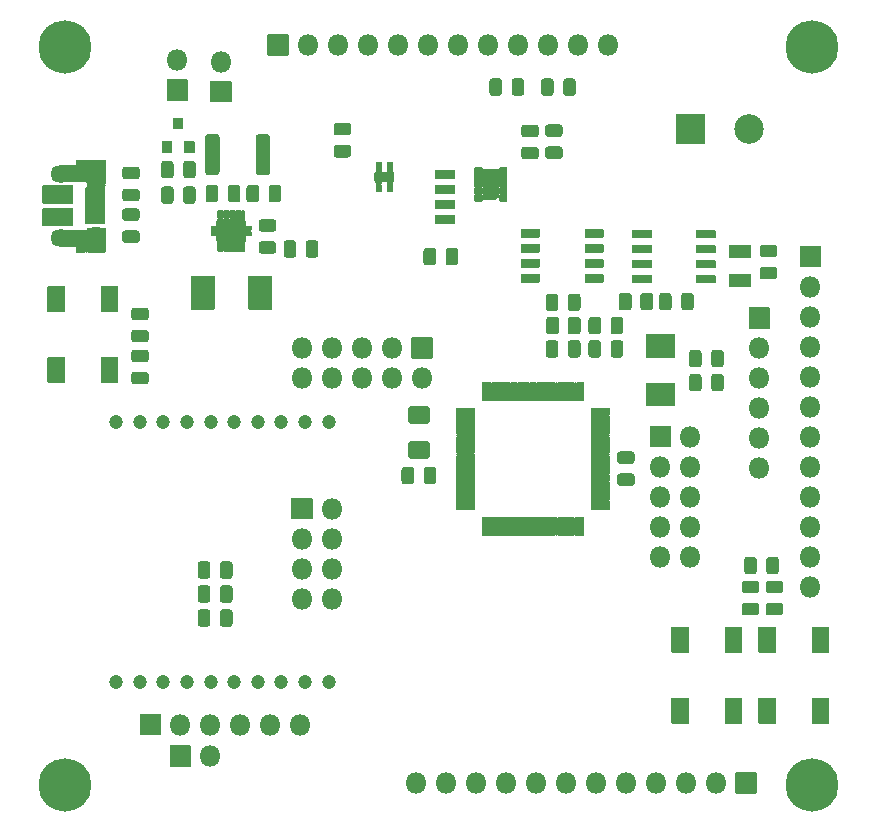
<source format=gts>
G04 #@! TF.GenerationSoftware,KiCad,Pcbnew,(5.1.9)-1*
G04 #@! TF.CreationDate,2021-06-14T08:32:31+02:00*
G04 #@! TF.ProjectId,SmartSensor,536d6172-7453-4656-9e73-6f722e6b6963,rev?*
G04 #@! TF.SameCoordinates,Original*
G04 #@! TF.FileFunction,Soldermask,Top*
G04 #@! TF.FilePolarity,Negative*
%FSLAX46Y46*%
G04 Gerber Fmt 4.6, Leading zero omitted, Abs format (unit mm)*
G04 Created by KiCad (PCBNEW (5.1.9)-1) date 2021-06-14 08:32:31*
%MOMM*%
%LPD*%
G01*
G04 APERTURE LIST*
%ADD10C,2.502000*%
%ADD11O,1.602000X1.202000*%
%ADD12O,1.802000X1.452000*%
%ADD13O,1.802000X1.802000*%
%ADD14C,0.100000*%
%ADD15C,1.202000*%
%ADD16C,4.502000*%
%ADD17C,0.802000*%
G04 APERTURE END LIST*
G36*
G01*
X226795750Y-127695500D02*
X225832250Y-127695500D01*
G75*
G02*
X225563000Y-127426250I0J269250D01*
G01*
X225563000Y-126887750D01*
G75*
G02*
X225832250Y-126618500I269250J0D01*
G01*
X226795750Y-126618500D01*
G75*
G02*
X227065000Y-126887750I0J-269250D01*
G01*
X227065000Y-127426250D01*
G75*
G02*
X226795750Y-127695500I-269250J0D01*
G01*
G37*
G36*
G01*
X226795750Y-129570500D02*
X225832250Y-129570500D01*
G75*
G02*
X225563000Y-129301250I0J269250D01*
G01*
X225563000Y-128762750D01*
G75*
G02*
X225832250Y-128493500I269250J0D01*
G01*
X226795750Y-128493500D01*
G75*
G02*
X227065000Y-128762750I0J-269250D01*
G01*
X227065000Y-129301250D01*
G75*
G02*
X226795750Y-129570500I-269250J0D01*
G01*
G37*
G36*
G01*
X184754500Y-99033750D02*
X184754500Y-98070250D01*
G75*
G02*
X185023750Y-97801000I269250J0D01*
G01*
X185562250Y-97801000D01*
G75*
G02*
X185831500Y-98070250I0J-269250D01*
G01*
X185831500Y-99033750D01*
G75*
G02*
X185562250Y-99303000I-269250J0D01*
G01*
X185023750Y-99303000D01*
G75*
G02*
X184754500Y-99033750I0J269250D01*
G01*
G37*
G36*
G01*
X186629500Y-99033750D02*
X186629500Y-98070250D01*
G75*
G02*
X186898750Y-97801000I269250J0D01*
G01*
X187437250Y-97801000D01*
G75*
G02*
X187706500Y-98070250I0J-269250D01*
G01*
X187706500Y-99033750D01*
G75*
G02*
X187437250Y-99303000I-269250J0D01*
G01*
X186898750Y-99303000D01*
G75*
G02*
X186629500Y-99033750I0J269250D01*
G01*
G37*
G36*
G01*
X184561500Y-93371250D02*
X184561500Y-94334750D01*
G75*
G02*
X184292250Y-94604000I-269250J0D01*
G01*
X183753750Y-94604000D01*
G75*
G02*
X183484500Y-94334750I0J269250D01*
G01*
X183484500Y-93371250D01*
G75*
G02*
X183753750Y-93102000I269250J0D01*
G01*
X184292250Y-93102000D01*
G75*
G02*
X184561500Y-93371250I0J-269250D01*
G01*
G37*
G36*
G01*
X182686500Y-93371250D02*
X182686500Y-94334750D01*
G75*
G02*
X182417250Y-94604000I-269250J0D01*
G01*
X181878750Y-94604000D01*
G75*
G02*
X181609500Y-94334750I0J269250D01*
G01*
X181609500Y-93371250D01*
G75*
G02*
X181878750Y-93102000I269250J0D01*
G01*
X182417250Y-93102000D01*
G75*
G02*
X182686500Y-93371250I0J-269250D01*
G01*
G37*
G36*
G01*
X175447500Y-93498250D02*
X175447500Y-94461750D01*
G75*
G02*
X175178250Y-94731000I-269250J0D01*
G01*
X174639750Y-94731000D01*
G75*
G02*
X174370500Y-94461750I0J269250D01*
G01*
X174370500Y-93498250D01*
G75*
G02*
X174639750Y-93229000I269250J0D01*
G01*
X175178250Y-93229000D01*
G75*
G02*
X175447500Y-93498250I0J-269250D01*
G01*
G37*
G36*
G01*
X177322500Y-93498250D02*
X177322500Y-94461750D01*
G75*
G02*
X177053250Y-94731000I-269250J0D01*
G01*
X176514750Y-94731000D01*
G75*
G02*
X176245500Y-94461750I0J269250D01*
G01*
X176245500Y-93498250D01*
G75*
G02*
X176514750Y-93229000I269250J0D01*
G01*
X177053250Y-93229000D01*
G75*
G02*
X177322500Y-93498250I0J-269250D01*
G01*
G37*
G36*
G01*
X178150500Y-94334750D02*
X178150500Y-93371250D01*
G75*
G02*
X178419750Y-93102000I269250J0D01*
G01*
X178958250Y-93102000D01*
G75*
G02*
X179227500Y-93371250I0J-269250D01*
G01*
X179227500Y-94334750D01*
G75*
G02*
X178958250Y-94604000I-269250J0D01*
G01*
X178419750Y-94604000D01*
G75*
G02*
X178150500Y-94334750I0J269250D01*
G01*
G37*
G36*
G01*
X180025500Y-94334750D02*
X180025500Y-93371250D01*
G75*
G02*
X180294750Y-93102000I269250J0D01*
G01*
X180833250Y-93102000D01*
G75*
G02*
X181102500Y-93371250I0J-269250D01*
G01*
X181102500Y-94334750D01*
G75*
G02*
X180833250Y-94604000I-269250J0D01*
G01*
X180294750Y-94604000D01*
G75*
G02*
X180025500Y-94334750I0J269250D01*
G01*
G37*
G36*
G01*
X208126750Y-89057500D02*
X207163250Y-89057500D01*
G75*
G02*
X206894000Y-88788250I0J269250D01*
G01*
X206894000Y-88249750D01*
G75*
G02*
X207163250Y-87980500I269250J0D01*
G01*
X208126750Y-87980500D01*
G75*
G02*
X208396000Y-88249750I0J-269250D01*
G01*
X208396000Y-88788250D01*
G75*
G02*
X208126750Y-89057500I-269250J0D01*
G01*
G37*
G36*
G01*
X208126750Y-90932500D02*
X207163250Y-90932500D01*
G75*
G02*
X206894000Y-90663250I0J269250D01*
G01*
X206894000Y-90124750D01*
G75*
G02*
X207163250Y-89855500I269250J0D01*
G01*
X208126750Y-89855500D01*
G75*
G02*
X208396000Y-90124750I0J-269250D01*
G01*
X208396000Y-90663250D01*
G75*
G02*
X208126750Y-90932500I-269250J0D01*
G01*
G37*
G36*
G01*
X206094750Y-90962500D02*
X205131250Y-90962500D01*
G75*
G02*
X204862000Y-90693250I0J269250D01*
G01*
X204862000Y-90154750D01*
G75*
G02*
X205131250Y-89885500I269250J0D01*
G01*
X206094750Y-89885500D01*
G75*
G02*
X206364000Y-90154750I0J-269250D01*
G01*
X206364000Y-90693250D01*
G75*
G02*
X206094750Y-90962500I-269250J0D01*
G01*
G37*
G36*
G01*
X206094750Y-89087500D02*
X205131250Y-89087500D01*
G75*
G02*
X204862000Y-88818250I0J269250D01*
G01*
X204862000Y-88279750D01*
G75*
G02*
X205131250Y-88010500I269250J0D01*
G01*
X206094750Y-88010500D01*
G75*
G02*
X206364000Y-88279750I0J-269250D01*
G01*
X206364000Y-88818250D01*
G75*
G02*
X206094750Y-89087500I-269250J0D01*
G01*
G37*
G36*
G01*
X198470500Y-99668750D02*
X198470500Y-98705250D01*
G75*
G02*
X198739750Y-98436000I269250J0D01*
G01*
X199278250Y-98436000D01*
G75*
G02*
X199547500Y-98705250I0J-269250D01*
G01*
X199547500Y-99668750D01*
G75*
G02*
X199278250Y-99938000I-269250J0D01*
G01*
X198739750Y-99938000D01*
G75*
G02*
X198470500Y-99668750I0J269250D01*
G01*
G37*
G36*
G01*
X196595500Y-99668750D02*
X196595500Y-98705250D01*
G75*
G02*
X196864750Y-98436000I269250J0D01*
G01*
X197403250Y-98436000D01*
G75*
G02*
X197672500Y-98705250I0J-269250D01*
G01*
X197672500Y-99668750D01*
G75*
G02*
X197403250Y-99938000I-269250J0D01*
G01*
X196864750Y-99938000D01*
G75*
G02*
X196595500Y-99668750I0J269250D01*
G01*
G37*
G36*
G01*
X190219750Y-88930500D02*
X189256250Y-88930500D01*
G75*
G02*
X188987000Y-88661250I0J269250D01*
G01*
X188987000Y-88122750D01*
G75*
G02*
X189256250Y-87853500I269250J0D01*
G01*
X190219750Y-87853500D01*
G75*
G02*
X190489000Y-88122750I0J-269250D01*
G01*
X190489000Y-88661250D01*
G75*
G02*
X190219750Y-88930500I-269250J0D01*
G01*
G37*
G36*
G01*
X190219750Y-90805500D02*
X189256250Y-90805500D01*
G75*
G02*
X188987000Y-90536250I0J269250D01*
G01*
X188987000Y-89997750D01*
G75*
G02*
X189256250Y-89728500I269250J0D01*
G01*
X190219750Y-89728500D01*
G75*
G02*
X190489000Y-89997750I0J-269250D01*
G01*
X190489000Y-90536250D01*
G75*
G02*
X190219750Y-90805500I-269250J0D01*
G01*
G37*
G36*
G01*
X220949500Y-108304750D02*
X220949500Y-107341250D01*
G75*
G02*
X221218750Y-107072000I269250J0D01*
G01*
X221757250Y-107072000D01*
G75*
G02*
X222026500Y-107341250I0J-269250D01*
G01*
X222026500Y-108304750D01*
G75*
G02*
X221757250Y-108574000I-269250J0D01*
G01*
X221218750Y-108574000D01*
G75*
G02*
X220949500Y-108304750I0J269250D01*
G01*
G37*
G36*
G01*
X219074500Y-108304750D02*
X219074500Y-107341250D01*
G75*
G02*
X219343750Y-107072000I269250J0D01*
G01*
X219882250Y-107072000D01*
G75*
G02*
X220151500Y-107341250I0J-269250D01*
G01*
X220151500Y-108304750D01*
G75*
G02*
X219882250Y-108574000I-269250J0D01*
G01*
X219343750Y-108574000D01*
G75*
G02*
X219074500Y-108304750I0J269250D01*
G01*
G37*
G36*
G01*
X223743500Y-125830750D02*
X223743500Y-124867250D01*
G75*
G02*
X224012750Y-124598000I269250J0D01*
G01*
X224551250Y-124598000D01*
G75*
G02*
X224820500Y-124867250I0J-269250D01*
G01*
X224820500Y-125830750D01*
G75*
G02*
X224551250Y-126100000I-269250J0D01*
G01*
X224012750Y-126100000D01*
G75*
G02*
X223743500Y-125830750I0J269250D01*
G01*
G37*
G36*
G01*
X225618500Y-125830750D02*
X225618500Y-124867250D01*
G75*
G02*
X225887750Y-124598000I269250J0D01*
G01*
X226426250Y-124598000D01*
G75*
G02*
X226695500Y-124867250I0J-269250D01*
G01*
X226695500Y-125830750D01*
G75*
G02*
X226426250Y-126100000I-269250J0D01*
G01*
X225887750Y-126100000D01*
G75*
G02*
X225618500Y-125830750I0J269250D01*
G01*
G37*
G36*
G01*
X219074500Y-110336750D02*
X219074500Y-109373250D01*
G75*
G02*
X219343750Y-109104000I269250J0D01*
G01*
X219882250Y-109104000D01*
G75*
G02*
X220151500Y-109373250I0J-269250D01*
G01*
X220151500Y-110336750D01*
G75*
G02*
X219882250Y-110606000I-269250J0D01*
G01*
X219343750Y-110606000D01*
G75*
G02*
X219074500Y-110336750I0J269250D01*
G01*
G37*
G36*
G01*
X220949500Y-110336750D02*
X220949500Y-109373250D01*
G75*
G02*
X221218750Y-109104000I269250J0D01*
G01*
X221757250Y-109104000D01*
G75*
G02*
X222026500Y-109373250I0J-269250D01*
G01*
X222026500Y-110336750D01*
G75*
G02*
X221757250Y-110606000I-269250J0D01*
G01*
X221218750Y-110606000D01*
G75*
G02*
X220949500Y-110336750I0J269250D01*
G01*
G37*
G36*
G01*
X214222750Y-118618500D02*
X213259250Y-118618500D01*
G75*
G02*
X212990000Y-118349250I0J269250D01*
G01*
X212990000Y-117810750D01*
G75*
G02*
X213259250Y-117541500I269250J0D01*
G01*
X214222750Y-117541500D01*
G75*
G02*
X214492000Y-117810750I0J-269250D01*
G01*
X214492000Y-118349250D01*
G75*
G02*
X214222750Y-118618500I-269250J0D01*
G01*
G37*
G36*
G01*
X214222750Y-116743500D02*
X213259250Y-116743500D01*
G75*
G02*
X212990000Y-116474250I0J269250D01*
G01*
X212990000Y-115935750D01*
G75*
G02*
X213259250Y-115666500I269250J0D01*
G01*
X214222750Y-115666500D01*
G75*
G02*
X214492000Y-115935750I0J-269250D01*
G01*
X214492000Y-116474250D01*
G75*
G02*
X214222750Y-116743500I-269250J0D01*
G01*
G37*
G36*
G01*
X196614000Y-118210750D02*
X196614000Y-117247250D01*
G75*
G02*
X196883250Y-116978000I269250J0D01*
G01*
X197421750Y-116978000D01*
G75*
G02*
X197691000Y-117247250I0J-269250D01*
G01*
X197691000Y-118210750D01*
G75*
G02*
X197421750Y-118480000I-269250J0D01*
G01*
X196883250Y-118480000D01*
G75*
G02*
X196614000Y-118210750I0J269250D01*
G01*
G37*
G36*
G01*
X194739000Y-118210750D02*
X194739000Y-117247250D01*
G75*
G02*
X195008250Y-116978000I269250J0D01*
G01*
X195546750Y-116978000D01*
G75*
G02*
X195816000Y-117247250I0J-269250D01*
G01*
X195816000Y-118210750D01*
G75*
G02*
X195546750Y-118480000I-269250J0D01*
G01*
X195008250Y-118480000D01*
G75*
G02*
X194739000Y-118210750I0J269250D01*
G01*
G37*
G36*
G01*
X218409500Y-103478750D02*
X218409500Y-102515250D01*
G75*
G02*
X218678750Y-102246000I269250J0D01*
G01*
X219217250Y-102246000D01*
G75*
G02*
X219486500Y-102515250I0J-269250D01*
G01*
X219486500Y-103478750D01*
G75*
G02*
X219217250Y-103748000I-269250J0D01*
G01*
X218678750Y-103748000D01*
G75*
G02*
X218409500Y-103478750I0J269250D01*
G01*
G37*
G36*
G01*
X216534500Y-103478750D02*
X216534500Y-102515250D01*
G75*
G02*
X216803750Y-102246000I269250J0D01*
G01*
X217342250Y-102246000D01*
G75*
G02*
X217611500Y-102515250I0J-269250D01*
G01*
X217611500Y-103478750D01*
G75*
G02*
X217342250Y-103748000I-269250J0D01*
G01*
X216803750Y-103748000D01*
G75*
G02*
X216534500Y-103478750I0J269250D01*
G01*
G37*
G36*
G01*
X179357000Y-130275750D02*
X179357000Y-129312250D01*
G75*
G02*
X179626250Y-129043000I269250J0D01*
G01*
X180164750Y-129043000D01*
G75*
G02*
X180434000Y-129312250I0J-269250D01*
G01*
X180434000Y-130275750D01*
G75*
G02*
X180164750Y-130545000I-269250J0D01*
G01*
X179626250Y-130545000D01*
G75*
G02*
X179357000Y-130275750I0J269250D01*
G01*
G37*
G36*
G01*
X177482000Y-130275750D02*
X177482000Y-129312250D01*
G75*
G02*
X177751250Y-129043000I269250J0D01*
G01*
X178289750Y-129043000D01*
G75*
G02*
X178559000Y-129312250I0J-269250D01*
G01*
X178559000Y-130275750D01*
G75*
G02*
X178289750Y-130545000I-269250J0D01*
G01*
X177751250Y-130545000D01*
G75*
G02*
X177482000Y-130275750I0J269250D01*
G01*
G37*
G36*
G01*
X177482000Y-128243750D02*
X177482000Y-127280250D01*
G75*
G02*
X177751250Y-127011000I269250J0D01*
G01*
X178289750Y-127011000D01*
G75*
G02*
X178559000Y-127280250I0J-269250D01*
G01*
X178559000Y-128243750D01*
G75*
G02*
X178289750Y-128513000I-269250J0D01*
G01*
X177751250Y-128513000D01*
G75*
G02*
X177482000Y-128243750I0J269250D01*
G01*
G37*
G36*
G01*
X179357000Y-128243750D02*
X179357000Y-127280250D01*
G75*
G02*
X179626250Y-127011000I269250J0D01*
G01*
X180164750Y-127011000D01*
G75*
G02*
X180434000Y-127280250I0J-269250D01*
G01*
X180434000Y-128243750D01*
G75*
G02*
X180164750Y-128513000I-269250J0D01*
G01*
X179626250Y-128513000D01*
G75*
G02*
X179357000Y-128243750I0J269250D01*
G01*
G37*
G36*
G01*
X177482000Y-126211750D02*
X177482000Y-125248250D01*
G75*
G02*
X177751250Y-124979000I269250J0D01*
G01*
X178289750Y-124979000D01*
G75*
G02*
X178559000Y-125248250I0J-269250D01*
G01*
X178559000Y-126211750D01*
G75*
G02*
X178289750Y-126481000I-269250J0D01*
G01*
X177751250Y-126481000D01*
G75*
G02*
X177482000Y-126211750I0J269250D01*
G01*
G37*
G36*
G01*
X179357000Y-126211750D02*
X179357000Y-125248250D01*
G75*
G02*
X179626250Y-124979000I269250J0D01*
G01*
X180164750Y-124979000D01*
G75*
G02*
X180434000Y-125248250I0J-269250D01*
G01*
X180434000Y-126211750D01*
G75*
G02*
X180164750Y-126481000I-269250J0D01*
G01*
X179626250Y-126481000D01*
G75*
G02*
X179357000Y-126211750I0J269250D01*
G01*
G37*
G36*
G01*
X217951000Y-89592000D02*
X217951000Y-87192000D01*
G75*
G02*
X218002000Y-87141000I51000J0D01*
G01*
X220402000Y-87141000D01*
G75*
G02*
X220453000Y-87192000I0J-51000D01*
G01*
X220453000Y-89592000D01*
G75*
G02*
X220402000Y-89643000I-51000J0D01*
G01*
X218002000Y-89643000D01*
G75*
G02*
X217951000Y-89592000I0J51000D01*
G01*
G37*
D10*
X224202000Y-88392000D03*
G36*
G01*
X175447500Y-91339250D02*
X175447500Y-92302750D01*
G75*
G02*
X175178250Y-92572000I-269250J0D01*
G01*
X174639750Y-92572000D01*
G75*
G02*
X174370500Y-92302750I0J269250D01*
G01*
X174370500Y-91339250D01*
G75*
G02*
X174639750Y-91070000I269250J0D01*
G01*
X175178250Y-91070000D01*
G75*
G02*
X175447500Y-91339250I0J-269250D01*
G01*
G37*
G36*
G01*
X177322500Y-91339250D02*
X177322500Y-92302750D01*
G75*
G02*
X177053250Y-92572000I-269250J0D01*
G01*
X176514750Y-92572000D01*
G75*
G02*
X176245500Y-92302750I0J269250D01*
G01*
X176245500Y-91339250D01*
G75*
G02*
X176514750Y-91070000I269250J0D01*
G01*
X177053250Y-91070000D01*
G75*
G02*
X177322500Y-91339250I0J-269250D01*
G01*
G37*
G36*
G01*
X224763750Y-129570500D02*
X223800250Y-129570500D01*
G75*
G02*
X223531000Y-129301250I0J269250D01*
G01*
X223531000Y-128762750D01*
G75*
G02*
X223800250Y-128493500I269250J0D01*
G01*
X224763750Y-128493500D01*
G75*
G02*
X225033000Y-128762750I0J-269250D01*
G01*
X225033000Y-129301250D01*
G75*
G02*
X224763750Y-129570500I-269250J0D01*
G01*
G37*
G36*
G01*
X224763750Y-127695500D02*
X223800250Y-127695500D01*
G75*
G02*
X223531000Y-127426250I0J269250D01*
G01*
X223531000Y-126887750D01*
G75*
G02*
X223800250Y-126618500I269250J0D01*
G01*
X224763750Y-126618500D01*
G75*
G02*
X225033000Y-126887750I0J-269250D01*
G01*
X225033000Y-127426250D01*
G75*
G02*
X224763750Y-127695500I-269250J0D01*
G01*
G37*
G36*
G01*
X211642500Y-106515750D02*
X211642500Y-107479250D01*
G75*
G02*
X211373250Y-107748500I-269250J0D01*
G01*
X210834750Y-107748500D01*
G75*
G02*
X210565500Y-107479250I0J269250D01*
G01*
X210565500Y-106515750D01*
G75*
G02*
X210834750Y-106246500I269250J0D01*
G01*
X211373250Y-106246500D01*
G75*
G02*
X211642500Y-106515750I0J-269250D01*
G01*
G37*
G36*
G01*
X213517500Y-106515750D02*
X213517500Y-107479250D01*
G75*
G02*
X213248250Y-107748500I-269250J0D01*
G01*
X212709750Y-107748500D01*
G75*
G02*
X212440500Y-107479250I0J269250D01*
G01*
X212440500Y-106515750D01*
G75*
G02*
X212709750Y-106246500I269250J0D01*
G01*
X213248250Y-106246500D01*
G75*
G02*
X213517500Y-106515750I0J-269250D01*
G01*
G37*
G36*
G01*
X172111250Y-103504500D02*
X173074750Y-103504500D01*
G75*
G02*
X173344000Y-103773750I0J-269250D01*
G01*
X173344000Y-104312250D01*
G75*
G02*
X173074750Y-104581500I-269250J0D01*
G01*
X172111250Y-104581500D01*
G75*
G02*
X171842000Y-104312250I0J269250D01*
G01*
X171842000Y-103773750D01*
G75*
G02*
X172111250Y-103504500I269250J0D01*
G01*
G37*
G36*
G01*
X172111250Y-105379500D02*
X173074750Y-105379500D01*
G75*
G02*
X173344000Y-105648750I0J-269250D01*
G01*
X173344000Y-106187250D01*
G75*
G02*
X173074750Y-106456500I-269250J0D01*
G01*
X172111250Y-106456500D01*
G75*
G02*
X171842000Y-106187250I0J269250D01*
G01*
X171842000Y-105648750D01*
G75*
G02*
X172111250Y-105379500I269250J0D01*
G01*
G37*
G36*
G01*
X225324250Y-98170500D02*
X226287750Y-98170500D01*
G75*
G02*
X226557000Y-98439750I0J-269250D01*
G01*
X226557000Y-98978250D01*
G75*
G02*
X226287750Y-99247500I-269250J0D01*
G01*
X225324250Y-99247500D01*
G75*
G02*
X225055000Y-98978250I0J269250D01*
G01*
X225055000Y-98439750D01*
G75*
G02*
X225324250Y-98170500I269250J0D01*
G01*
G37*
G36*
G01*
X225324250Y-100045500D02*
X226287750Y-100045500D01*
G75*
G02*
X226557000Y-100314750I0J-269250D01*
G01*
X226557000Y-100853250D01*
G75*
G02*
X226287750Y-101122500I-269250J0D01*
G01*
X225324250Y-101122500D01*
G75*
G02*
X225055000Y-100853250I0J269250D01*
G01*
X225055000Y-100314750D01*
G75*
G02*
X225324250Y-100045500I269250J0D01*
G01*
G37*
G36*
G01*
X183620500Y-89072664D02*
X183620500Y-92029336D01*
G75*
G02*
X183347836Y-92302000I-272664J0D01*
G01*
X182666164Y-92302000D01*
G75*
G02*
X182393500Y-92029336I0J272664D01*
G01*
X182393500Y-89072664D01*
G75*
G02*
X182666164Y-88800000I272664J0D01*
G01*
X183347836Y-88800000D01*
G75*
G02*
X183620500Y-89072664I0J-272664D01*
G01*
G37*
G36*
G01*
X179345500Y-89072664D02*
X179345500Y-92029336D01*
G75*
G02*
X179072836Y-92302000I-272664J0D01*
G01*
X178391164Y-92302000D01*
G75*
G02*
X178118500Y-92029336I0J272664D01*
G01*
X178118500Y-89072664D01*
G75*
G02*
X178391164Y-88800000I272664J0D01*
G01*
X179072836Y-88800000D01*
G75*
G02*
X179345500Y-89072664I0J-272664D01*
G01*
G37*
G36*
G01*
X194094001Y-92857000D02*
X192493999Y-92857000D01*
G75*
G02*
X192443000Y-92806001I0J50999D01*
G01*
X192443000Y-92105999D01*
G75*
G02*
X192493999Y-92055000I50999J0D01*
G01*
X194094001Y-92055000D01*
G75*
G02*
X194145000Y-92105999I0J-50999D01*
G01*
X194145000Y-92806001D01*
G75*
G02*
X194094001Y-92857000I-50999J0D01*
G01*
G37*
G36*
G01*
X193019000Y-91857000D02*
X192619000Y-91857000D01*
G75*
G02*
X192568000Y-91806000I0J51000D01*
G01*
X192568000Y-91206000D01*
G75*
G02*
X192619000Y-91155000I51000J0D01*
G01*
X193019000Y-91155000D01*
G75*
G02*
X193070000Y-91206000I0J-51000D01*
G01*
X193070000Y-91806000D01*
G75*
G02*
X193019000Y-91857000I-51000J0D01*
G01*
G37*
G36*
G01*
X193969000Y-93757000D02*
X193569000Y-93757000D01*
G75*
G02*
X193518000Y-93706000I0J51000D01*
G01*
X193518000Y-93106000D01*
G75*
G02*
X193569000Y-93055000I51000J0D01*
G01*
X193969000Y-93055000D01*
G75*
G02*
X194020000Y-93106000I0J-51000D01*
G01*
X194020000Y-93706000D01*
G75*
G02*
X193969000Y-93757000I-51000J0D01*
G01*
G37*
G36*
G01*
X193019000Y-93757000D02*
X192619000Y-93757000D01*
G75*
G02*
X192568000Y-93706000I0J51000D01*
G01*
X192568000Y-93106000D01*
G75*
G02*
X192619000Y-93055000I51000J0D01*
G01*
X193019000Y-93055000D01*
G75*
G02*
X193070000Y-93106000I0J-51000D01*
G01*
X193070000Y-93706000D01*
G75*
G02*
X193019000Y-93757000I-51000J0D01*
G01*
G37*
G36*
G01*
X193969000Y-91857000D02*
X193569000Y-91857000D01*
G75*
G02*
X193518000Y-91806000I0J51000D01*
G01*
X193518000Y-91206000D01*
G75*
G02*
X193569000Y-91155000I51000J0D01*
G01*
X193969000Y-91155000D01*
G75*
G02*
X194020000Y-91206000I0J-51000D01*
G01*
X194020000Y-91806000D01*
G75*
G02*
X193969000Y-91857000I-51000J0D01*
G01*
G37*
G36*
G01*
X165840000Y-96914000D02*
X167840000Y-96914000D01*
G75*
G02*
X167891000Y-96965000I0J-51000D01*
G01*
X167891000Y-98315000D01*
G75*
G02*
X167840000Y-98366000I-51000J0D01*
G01*
X165840000Y-98366000D01*
G75*
G02*
X165789000Y-98315000I0J51000D01*
G01*
X165789000Y-96965000D01*
G75*
G02*
X165840000Y-96914000I51000J0D01*
G01*
G37*
G36*
G01*
X165840000Y-91434000D02*
X167840000Y-91434000D01*
G75*
G02*
X167891000Y-91485000I0J-51000D01*
G01*
X167891000Y-92835000D01*
G75*
G02*
X167840000Y-92886000I-51000J0D01*
G01*
X165840000Y-92886000D01*
G75*
G02*
X165789000Y-92835000I0J51000D01*
G01*
X165789000Y-91485000D01*
G75*
G02*
X165840000Y-91434000I51000J0D01*
G01*
G37*
G36*
G01*
X167239999Y-90976500D02*
X167940001Y-90976500D01*
G75*
G02*
X167991000Y-91027499I0J-50999D01*
G01*
X167991000Y-92852501D01*
G75*
G02*
X167940001Y-92903500I-50999J0D01*
G01*
X167239999Y-92903500D01*
G75*
G02*
X167189000Y-92852501I0J50999D01*
G01*
X167189000Y-91027499D01*
G75*
G02*
X167239999Y-90976500I50999J0D01*
G01*
G37*
G36*
G01*
X167239999Y-96926500D02*
X167940001Y-96926500D01*
G75*
G02*
X167991000Y-96977499I0J-50999D01*
G01*
X167991000Y-98802501D01*
G75*
G02*
X167940001Y-98853500I-50999J0D01*
G01*
X167239999Y-98853500D01*
G75*
G02*
X167189000Y-98802501I0J50999D01*
G01*
X167189000Y-96977499D01*
G75*
G02*
X167239999Y-96926500I50999J0D01*
G01*
G37*
G36*
G01*
X168140000Y-90989000D02*
X169640000Y-90989000D01*
G75*
G02*
X169691000Y-91040000I0J-51000D01*
G01*
X169691000Y-93040000D01*
G75*
G02*
X169640000Y-93091000I-51000J0D01*
G01*
X168140000Y-93091000D01*
G75*
G02*
X168089000Y-93040000I0J51000D01*
G01*
X168089000Y-91040000D01*
G75*
G02*
X168140000Y-90989000I51000J0D01*
G01*
G37*
G36*
G01*
X168160000Y-96739000D02*
X169660000Y-96739000D01*
G75*
G02*
X169711000Y-96790000I0J-51000D01*
G01*
X169711000Y-98790000D01*
G75*
G02*
X169660000Y-98841000I-51000J0D01*
G01*
X168160000Y-98841000D01*
G75*
G02*
X168109000Y-98790000I0J51000D01*
G01*
X168109000Y-96790000D01*
G75*
G02*
X168160000Y-96739000I51000J0D01*
G01*
G37*
G36*
G01*
X167914000Y-93790000D02*
X167914000Y-93390000D01*
G75*
G02*
X167965000Y-93339000I51000J0D01*
G01*
X169615000Y-93339000D01*
G75*
G02*
X169666000Y-93390000I0J-51000D01*
G01*
X169666000Y-93790000D01*
G75*
G02*
X169615000Y-93841000I-51000J0D01*
G01*
X167965000Y-93841000D01*
G75*
G02*
X167914000Y-93790000I0J51000D01*
G01*
G37*
G36*
G01*
X167914000Y-94440000D02*
X167914000Y-94040000D01*
G75*
G02*
X167965000Y-93989000I51000J0D01*
G01*
X169615000Y-93989000D01*
G75*
G02*
X169666000Y-94040000I0J-51000D01*
G01*
X169666000Y-94440000D01*
G75*
G02*
X169615000Y-94491000I-51000J0D01*
G01*
X167965000Y-94491000D01*
G75*
G02*
X167914000Y-94440000I0J51000D01*
G01*
G37*
G36*
G01*
X167914000Y-95090000D02*
X167914000Y-94690000D01*
G75*
G02*
X167965000Y-94639000I51000J0D01*
G01*
X169615000Y-94639000D01*
G75*
G02*
X169666000Y-94690000I0J-51000D01*
G01*
X169666000Y-95090000D01*
G75*
G02*
X169615000Y-95141000I-51000J0D01*
G01*
X167965000Y-95141000D01*
G75*
G02*
X167914000Y-95090000I0J51000D01*
G01*
G37*
G36*
G01*
X167914000Y-95740000D02*
X167914000Y-95340000D01*
G75*
G02*
X167965000Y-95289000I51000J0D01*
G01*
X169615000Y-95289000D01*
G75*
G02*
X169666000Y-95340000I0J-51000D01*
G01*
X169666000Y-95740000D01*
G75*
G02*
X169615000Y-95791000I-51000J0D01*
G01*
X167965000Y-95791000D01*
G75*
G02*
X167914000Y-95740000I0J51000D01*
G01*
G37*
G36*
G01*
X167914000Y-96390000D02*
X167914000Y-95990000D01*
G75*
G02*
X167965000Y-95939000I51000J0D01*
G01*
X169615000Y-95939000D01*
G75*
G02*
X169666000Y-95990000I0J-51000D01*
G01*
X169666000Y-96390000D01*
G75*
G02*
X169615000Y-96441000I-51000J0D01*
G01*
X167965000Y-96441000D01*
G75*
G02*
X167914000Y-96390000I0J51000D01*
G01*
G37*
D11*
X168910000Y-92470000D03*
X168910000Y-97310000D03*
D12*
X165910000Y-92160000D03*
X165910000Y-97620000D03*
G36*
G01*
X164339000Y-94645000D02*
X164339000Y-93215000D01*
G75*
G02*
X164390000Y-93164000I51000J0D01*
G01*
X166890000Y-93164000D01*
G75*
G02*
X166941000Y-93215000I0J-51000D01*
G01*
X166941000Y-94645000D01*
G75*
G02*
X166890000Y-94696000I-51000J0D01*
G01*
X164390000Y-94696000D01*
G75*
G02*
X164339000Y-94645000I0J51000D01*
G01*
G37*
G36*
G01*
X164339000Y-96565000D02*
X164339000Y-95135000D01*
G75*
G02*
X164390000Y-95084000I51000J0D01*
G01*
X166890000Y-95084000D01*
G75*
G02*
X166941000Y-95135000I0J-51000D01*
G01*
X166941000Y-96565000D01*
G75*
G02*
X166890000Y-96616000I-51000J0D01*
G01*
X164390000Y-96616000D01*
G75*
G02*
X164339000Y-96565000I0J51000D01*
G01*
G37*
G36*
G01*
X174867000Y-85940000D02*
X174867000Y-84240000D01*
G75*
G02*
X174918000Y-84189000I51000J0D01*
G01*
X176618000Y-84189000D01*
G75*
G02*
X176669000Y-84240000I0J-51000D01*
G01*
X176669000Y-85940000D01*
G75*
G02*
X176618000Y-85991000I-51000J0D01*
G01*
X174918000Y-85991000D01*
G75*
G02*
X174867000Y-85940000I0J51000D01*
G01*
G37*
D13*
X175768000Y-82550000D03*
X179451000Y-82677000D03*
G36*
G01*
X178550000Y-86067000D02*
X178550000Y-84367000D01*
G75*
G02*
X178601000Y-84316000I51000J0D01*
G01*
X180301000Y-84316000D01*
G75*
G02*
X180352000Y-84367000I0J-51000D01*
G01*
X180352000Y-86067000D01*
G75*
G02*
X180301000Y-86118000I-51000J0D01*
G01*
X178601000Y-86118000D01*
G75*
G02*
X178550000Y-86067000I0J51000D01*
G01*
G37*
X225044000Y-117094000D03*
X225044000Y-114554000D03*
X225044000Y-112014000D03*
X225044000Y-109474000D03*
X225044000Y-106934000D03*
G36*
G01*
X224143000Y-105244000D02*
X224143000Y-103544000D01*
G75*
G02*
X224194000Y-103493000I51000J0D01*
G01*
X225894000Y-103493000D01*
G75*
G02*
X225945000Y-103544000I0J-51000D01*
G01*
X225945000Y-105244000D01*
G75*
G02*
X225894000Y-105295000I-51000J0D01*
G01*
X224194000Y-105295000D01*
G75*
G02*
X224143000Y-105244000I0J51000D01*
G01*
G37*
G36*
G01*
X195619000Y-106033000D02*
X197319000Y-106033000D01*
G75*
G02*
X197370000Y-106084000I0J-51000D01*
G01*
X197370000Y-107784000D01*
G75*
G02*
X197319000Y-107835000I-51000J0D01*
G01*
X195619000Y-107835000D01*
G75*
G02*
X195568000Y-107784000I0J51000D01*
G01*
X195568000Y-106084000D01*
G75*
G02*
X195619000Y-106033000I51000J0D01*
G01*
G37*
X196469000Y-109474000D03*
X193929000Y-106934000D03*
X193929000Y-109474000D03*
X191389000Y-106934000D03*
X191389000Y-109474000D03*
X188849000Y-106934000D03*
X188849000Y-109474000D03*
X186309000Y-106934000D03*
X186309000Y-109474000D03*
X219202000Y-124587000D03*
X216662000Y-124587000D03*
X219202000Y-122047000D03*
X216662000Y-122047000D03*
X219202000Y-119507000D03*
X216662000Y-119507000D03*
X219202000Y-116967000D03*
X216662000Y-116967000D03*
X219202000Y-114427000D03*
G36*
G01*
X215761000Y-115277000D02*
X215761000Y-113577000D01*
G75*
G02*
X215812000Y-113526000I51000J0D01*
G01*
X217512000Y-113526000D01*
G75*
G02*
X217563000Y-113577000I0J-51000D01*
G01*
X217563000Y-115277000D01*
G75*
G02*
X217512000Y-115328000I-51000J0D01*
G01*
X215812000Y-115328000D01*
G75*
G02*
X215761000Y-115277000I0J51000D01*
G01*
G37*
G36*
G01*
X176872000Y-142379000D02*
X175172000Y-142379000D01*
G75*
G02*
X175121000Y-142328000I0J51000D01*
G01*
X175121000Y-140628000D01*
G75*
G02*
X175172000Y-140577000I51000J0D01*
G01*
X176872000Y-140577000D01*
G75*
G02*
X176923000Y-140628000I0J-51000D01*
G01*
X176923000Y-142328000D01*
G75*
G02*
X176872000Y-142379000I-51000J0D01*
G01*
G37*
X178562000Y-141478000D03*
G36*
G01*
X174332000Y-139712000D02*
X172632000Y-139712000D01*
G75*
G02*
X172581000Y-139661000I0J51000D01*
G01*
X172581000Y-137961000D01*
G75*
G02*
X172632000Y-137910000I51000J0D01*
G01*
X174332000Y-137910000D01*
G75*
G02*
X174383000Y-137961000I0J-51000D01*
G01*
X174383000Y-139661000D01*
G75*
G02*
X174332000Y-139712000I-51000J0D01*
G01*
G37*
X176022000Y-138811000D03*
X178562000Y-138811000D03*
X181102000Y-138811000D03*
X183642000Y-138811000D03*
X186182000Y-138811000D03*
G36*
G01*
X185408000Y-121373000D02*
X185408000Y-119673000D01*
G75*
G02*
X185459000Y-119622000I51000J0D01*
G01*
X187159000Y-119622000D01*
G75*
G02*
X187210000Y-119673000I0J-51000D01*
G01*
X187210000Y-121373000D01*
G75*
G02*
X187159000Y-121424000I-51000J0D01*
G01*
X185459000Y-121424000D01*
G75*
G02*
X185408000Y-121373000I0J51000D01*
G01*
G37*
X188849000Y-120523000D03*
X186309000Y-123063000D03*
X188849000Y-123063000D03*
X186309000Y-125603000D03*
X188849000Y-125603000D03*
X186309000Y-128143000D03*
X188849000Y-128143000D03*
X212217000Y-81280000D03*
X209677000Y-81280000D03*
X207137000Y-81280000D03*
X204597000Y-81280000D03*
X202057000Y-81280000D03*
X199517000Y-81280000D03*
X196977000Y-81280000D03*
X194437000Y-81280000D03*
X191897000Y-81280000D03*
X189357000Y-81280000D03*
X186817000Y-81280000D03*
G36*
G01*
X183427000Y-80379000D02*
X185127000Y-80379000D01*
G75*
G02*
X185178000Y-80430000I0J-51000D01*
G01*
X185178000Y-82130000D01*
G75*
G02*
X185127000Y-82181000I-51000J0D01*
G01*
X183427000Y-82181000D01*
G75*
G02*
X183376000Y-82130000I0J51000D01*
G01*
X183376000Y-80430000D01*
G75*
G02*
X183427000Y-80379000I51000J0D01*
G01*
G37*
G36*
G01*
X230263000Y-98337000D02*
X230263000Y-100037000D01*
G75*
G02*
X230212000Y-100088000I-51000J0D01*
G01*
X228512000Y-100088000D01*
G75*
G02*
X228461000Y-100037000I0J51000D01*
G01*
X228461000Y-98337000D01*
G75*
G02*
X228512000Y-98286000I51000J0D01*
G01*
X230212000Y-98286000D01*
G75*
G02*
X230263000Y-98337000I0J-51000D01*
G01*
G37*
X229362000Y-101727000D03*
X229362000Y-104267000D03*
X229362000Y-106807000D03*
X229362000Y-109347000D03*
X229362000Y-111887000D03*
X229362000Y-114427000D03*
X229362000Y-116967000D03*
X229362000Y-119507000D03*
X229362000Y-122047000D03*
X229362000Y-124587000D03*
X229362000Y-127127000D03*
G36*
G01*
X224751000Y-144665000D02*
X223051000Y-144665000D01*
G75*
G02*
X223000000Y-144614000I0J51000D01*
G01*
X223000000Y-142914000D01*
G75*
G02*
X223051000Y-142863000I51000J0D01*
G01*
X224751000Y-142863000D01*
G75*
G02*
X224802000Y-142914000I0J-51000D01*
G01*
X224802000Y-144614000D01*
G75*
G02*
X224751000Y-144665000I-51000J0D01*
G01*
G37*
X221361000Y-143764000D03*
X218821000Y-143764000D03*
X216281000Y-143764000D03*
X213741000Y-143764000D03*
X211201000Y-143764000D03*
X208661000Y-143764000D03*
X206121000Y-143764000D03*
X203581000Y-143764000D03*
X201041000Y-143764000D03*
X198501000Y-143764000D03*
X195961000Y-143764000D03*
G36*
G01*
X183782500Y-100840000D02*
X183782500Y-103630000D01*
G75*
G02*
X183731500Y-103681000I-51000J0D01*
G01*
X181828500Y-103681000D01*
G75*
G02*
X181777500Y-103630000I0J51000D01*
G01*
X181777500Y-100840000D01*
G75*
G02*
X181828500Y-100789000I51000J0D01*
G01*
X183731500Y-100789000D01*
G75*
G02*
X183782500Y-100840000I0J-51000D01*
G01*
G37*
G36*
G01*
X178929500Y-100840000D02*
X178929500Y-103630000D01*
G75*
G02*
X178878500Y-103681000I-51000J0D01*
G01*
X176975500Y-103681000D01*
G75*
G02*
X176924500Y-103630000I0J51000D01*
G01*
X176924500Y-100840000D01*
G75*
G02*
X176975500Y-100789000I51000J0D01*
G01*
X178878500Y-100789000D01*
G75*
G02*
X178929500Y-100840000I0J-51000D01*
G01*
G37*
G36*
G01*
X195556894Y-111831500D02*
X196873106Y-111831500D01*
G75*
G02*
X197141000Y-112099394I0J-267894D01*
G01*
X197141000Y-113090606D01*
G75*
G02*
X196873106Y-113358500I-267894J0D01*
G01*
X195556894Y-113358500D01*
G75*
G02*
X195289000Y-113090606I0J267894D01*
G01*
X195289000Y-112099394D01*
G75*
G02*
X195556894Y-111831500I267894J0D01*
G01*
G37*
G36*
G01*
X195556894Y-114806500D02*
X196873106Y-114806500D01*
G75*
G02*
X197141000Y-115074394I0J-267894D01*
G01*
X197141000Y-116065606D01*
G75*
G02*
X196873106Y-116333500I-267894J0D01*
G01*
X195556894Y-116333500D01*
G75*
G02*
X195289000Y-116065606I0J267894D01*
G01*
X195289000Y-115074394D01*
G75*
G02*
X195556894Y-114806500I267894J0D01*
G01*
G37*
G36*
G01*
X176229000Y-88417000D02*
X175429000Y-88417000D01*
G75*
G02*
X175378000Y-88366000I0J51000D01*
G01*
X175378000Y-87466000D01*
G75*
G02*
X175429000Y-87415000I51000J0D01*
G01*
X176229000Y-87415000D01*
G75*
G02*
X176280000Y-87466000I0J-51000D01*
G01*
X176280000Y-88366000D01*
G75*
G02*
X176229000Y-88417000I-51000J0D01*
G01*
G37*
G36*
G01*
X177179000Y-90417000D02*
X176379000Y-90417000D01*
G75*
G02*
X176328000Y-90366000I0J51000D01*
G01*
X176328000Y-89466000D01*
G75*
G02*
X176379000Y-89415000I51000J0D01*
G01*
X177179000Y-89415000D01*
G75*
G02*
X177230000Y-89466000I0J-51000D01*
G01*
X177230000Y-90366000D01*
G75*
G02*
X177179000Y-90417000I-51000J0D01*
G01*
G37*
G36*
G01*
X175279000Y-90417000D02*
X174479000Y-90417000D01*
G75*
G02*
X174428000Y-90366000I0J51000D01*
G01*
X174428000Y-89466000D01*
G75*
G02*
X174479000Y-89415000I51000J0D01*
G01*
X175279000Y-89415000D01*
G75*
G02*
X175330000Y-89466000I0J-51000D01*
G01*
X175330000Y-90366000D01*
G75*
G02*
X175279000Y-90417000I-51000J0D01*
G01*
G37*
G36*
G01*
X172312750Y-92643500D02*
X171349250Y-92643500D01*
G75*
G02*
X171080000Y-92374250I0J269250D01*
G01*
X171080000Y-91835750D01*
G75*
G02*
X171349250Y-91566500I269250J0D01*
G01*
X172312750Y-91566500D01*
G75*
G02*
X172582000Y-91835750I0J-269250D01*
G01*
X172582000Y-92374250D01*
G75*
G02*
X172312750Y-92643500I-269250J0D01*
G01*
G37*
G36*
G01*
X172312750Y-94518500D02*
X171349250Y-94518500D01*
G75*
G02*
X171080000Y-94249250I0J269250D01*
G01*
X171080000Y-93710750D01*
G75*
G02*
X171349250Y-93441500I269250J0D01*
G01*
X172312750Y-93441500D01*
G75*
G02*
X172582000Y-93710750I0J-269250D01*
G01*
X172582000Y-94249250D01*
G75*
G02*
X172312750Y-94518500I-269250J0D01*
G01*
G37*
G36*
G01*
X172312750Y-98044500D02*
X171349250Y-98044500D01*
G75*
G02*
X171080000Y-97775250I0J269250D01*
G01*
X171080000Y-97236750D01*
G75*
G02*
X171349250Y-96967500I269250J0D01*
G01*
X172312750Y-96967500D01*
G75*
G02*
X172582000Y-97236750I0J-269250D01*
G01*
X172582000Y-97775250D01*
G75*
G02*
X172312750Y-98044500I-269250J0D01*
G01*
G37*
G36*
G01*
X172312750Y-96169500D02*
X171349250Y-96169500D01*
G75*
G02*
X171080000Y-95900250I0J269250D01*
G01*
X171080000Y-95361750D01*
G75*
G02*
X171349250Y-95092500I269250J0D01*
G01*
X172312750Y-95092500D01*
G75*
G02*
X172582000Y-95361750I0J-269250D01*
G01*
X172582000Y-95900250D01*
G75*
G02*
X172312750Y-96169500I-269250J0D01*
G01*
G37*
G36*
G01*
X182906250Y-97886500D02*
X183869750Y-97886500D01*
G75*
G02*
X184139000Y-98155750I0J-269250D01*
G01*
X184139000Y-98694250D01*
G75*
G02*
X183869750Y-98963500I-269250J0D01*
G01*
X182906250Y-98963500D01*
G75*
G02*
X182637000Y-98694250I0J269250D01*
G01*
X182637000Y-98155750D01*
G75*
G02*
X182906250Y-97886500I269250J0D01*
G01*
G37*
G36*
G01*
X182906250Y-96011500D02*
X183869750Y-96011500D01*
G75*
G02*
X184139000Y-96280750I0J-269250D01*
G01*
X184139000Y-96819250D01*
G75*
G02*
X183869750Y-97088500I-269250J0D01*
G01*
X182906250Y-97088500D01*
G75*
G02*
X182637000Y-96819250I0J269250D01*
G01*
X182637000Y-96280750D01*
G75*
G02*
X182906250Y-96011500I269250J0D01*
G01*
G37*
G36*
G01*
X202183500Y-85317750D02*
X202183500Y-84354250D01*
G75*
G02*
X202452750Y-84085000I269250J0D01*
G01*
X202991250Y-84085000D01*
G75*
G02*
X203260500Y-84354250I0J-269250D01*
G01*
X203260500Y-85317750D01*
G75*
G02*
X202991250Y-85587000I-269250J0D01*
G01*
X202452750Y-85587000D01*
G75*
G02*
X202183500Y-85317750I0J269250D01*
G01*
G37*
G36*
G01*
X204058500Y-85317750D02*
X204058500Y-84354250D01*
G75*
G02*
X204327750Y-84085000I269250J0D01*
G01*
X204866250Y-84085000D01*
G75*
G02*
X205135500Y-84354250I0J-269250D01*
G01*
X205135500Y-85317750D01*
G75*
G02*
X204866250Y-85587000I-269250J0D01*
G01*
X204327750Y-85587000D01*
G75*
G02*
X204058500Y-85317750I0J269250D01*
G01*
G37*
G36*
G01*
X208023000Y-106515750D02*
X208023000Y-107479250D01*
G75*
G02*
X207753750Y-107748500I-269250J0D01*
G01*
X207215250Y-107748500D01*
G75*
G02*
X206946000Y-107479250I0J269250D01*
G01*
X206946000Y-106515750D01*
G75*
G02*
X207215250Y-106246500I269250J0D01*
G01*
X207753750Y-106246500D01*
G75*
G02*
X208023000Y-106515750I0J-269250D01*
G01*
G37*
G36*
G01*
X209898000Y-106515750D02*
X209898000Y-107479250D01*
G75*
G02*
X209628750Y-107748500I-269250J0D01*
G01*
X209090250Y-107748500D01*
G75*
G02*
X208821000Y-107479250I0J269250D01*
G01*
X208821000Y-106515750D01*
G75*
G02*
X209090250Y-106246500I269250J0D01*
G01*
X209628750Y-106246500D01*
G75*
G02*
X209898000Y-106515750I0J-269250D01*
G01*
G37*
G36*
G01*
X207627000Y-84354250D02*
X207627000Y-85317750D01*
G75*
G02*
X207357750Y-85587000I-269250J0D01*
G01*
X206819250Y-85587000D01*
G75*
G02*
X206550000Y-85317750I0J269250D01*
G01*
X206550000Y-84354250D01*
G75*
G02*
X206819250Y-84085000I269250J0D01*
G01*
X207357750Y-84085000D01*
G75*
G02*
X207627000Y-84354250I0J-269250D01*
G01*
G37*
G36*
G01*
X209502000Y-84354250D02*
X209502000Y-85317750D01*
G75*
G02*
X209232750Y-85587000I-269250J0D01*
G01*
X208694250Y-85587000D01*
G75*
G02*
X208425000Y-85317750I0J269250D01*
G01*
X208425000Y-84354250D01*
G75*
G02*
X208694250Y-84085000I269250J0D01*
G01*
X209232750Y-84085000D01*
G75*
G02*
X209502000Y-84354250I0J-269250D01*
G01*
G37*
G36*
G01*
X172111250Y-107060500D02*
X173074750Y-107060500D01*
G75*
G02*
X173344000Y-107329750I0J-269250D01*
G01*
X173344000Y-107868250D01*
G75*
G02*
X173074750Y-108137500I-269250J0D01*
G01*
X172111250Y-108137500D01*
G75*
G02*
X171842000Y-107868250I0J269250D01*
G01*
X171842000Y-107329750D01*
G75*
G02*
X172111250Y-107060500I269250J0D01*
G01*
G37*
G36*
G01*
X172111250Y-108935500D02*
X173074750Y-108935500D01*
G75*
G02*
X173344000Y-109204750I0J-269250D01*
G01*
X173344000Y-109743250D01*
G75*
G02*
X173074750Y-110012500I-269250J0D01*
G01*
X172111250Y-110012500D01*
G75*
G02*
X171842000Y-109743250I0J269250D01*
G01*
X171842000Y-109204750D01*
G75*
G02*
X172111250Y-108935500I269250J0D01*
G01*
G37*
G36*
G01*
X179444000Y-98782000D02*
X179204000Y-98782000D01*
G75*
G02*
X179153000Y-98731000I0J51000D01*
G01*
X179153000Y-98131000D01*
G75*
G02*
X179204000Y-98080000I51000J0D01*
G01*
X179444000Y-98080000D01*
G75*
G02*
X179495000Y-98131000I0J-51000D01*
G01*
X179495000Y-98731000D01*
G75*
G02*
X179444000Y-98782000I-51000J0D01*
G01*
G37*
G36*
G01*
X179944000Y-98782000D02*
X179704000Y-98782000D01*
G75*
G02*
X179653000Y-98731000I0J51000D01*
G01*
X179653000Y-98131000D01*
G75*
G02*
X179704000Y-98080000I51000J0D01*
G01*
X179944000Y-98080000D01*
G75*
G02*
X179995000Y-98131000I0J-51000D01*
G01*
X179995000Y-98731000D01*
G75*
G02*
X179944000Y-98782000I-51000J0D01*
G01*
G37*
G36*
G01*
X180444000Y-98782000D02*
X180204000Y-98782000D01*
G75*
G02*
X180153000Y-98731000I0J51000D01*
G01*
X180153000Y-98131000D01*
G75*
G02*
X180204000Y-98080000I51000J0D01*
G01*
X180444000Y-98080000D01*
G75*
G02*
X180495000Y-98131000I0J-51000D01*
G01*
X180495000Y-98731000D01*
G75*
G02*
X180444000Y-98782000I-51000J0D01*
G01*
G37*
G36*
G01*
X180944000Y-98782000D02*
X180704000Y-98782000D01*
G75*
G02*
X180653000Y-98731000I0J51000D01*
G01*
X180653000Y-98131000D01*
G75*
G02*
X180704000Y-98080000I51000J0D01*
G01*
X180944000Y-98080000D01*
G75*
G02*
X180995000Y-98131000I0J-51000D01*
G01*
X180995000Y-98731000D01*
G75*
G02*
X180944000Y-98782000I-51000J0D01*
G01*
G37*
G36*
G01*
X181444000Y-98782000D02*
X181204000Y-98782000D01*
G75*
G02*
X181153000Y-98731000I0J51000D01*
G01*
X181153000Y-98131000D01*
G75*
G02*
X181204000Y-98080000I51000J0D01*
G01*
X181444000Y-98080000D01*
G75*
G02*
X181495000Y-98131000I0J-51000D01*
G01*
X181495000Y-98731000D01*
G75*
G02*
X181444000Y-98782000I-51000J0D01*
G01*
G37*
G36*
G01*
X181444000Y-95982000D02*
X181204000Y-95982000D01*
G75*
G02*
X181153000Y-95931000I0J51000D01*
G01*
X181153000Y-95331000D01*
G75*
G02*
X181204000Y-95280000I51000J0D01*
G01*
X181444000Y-95280000D01*
G75*
G02*
X181495000Y-95331000I0J-51000D01*
G01*
X181495000Y-95931000D01*
G75*
G02*
X181444000Y-95982000I-51000J0D01*
G01*
G37*
G36*
G01*
X180944000Y-95982000D02*
X180704000Y-95982000D01*
G75*
G02*
X180653000Y-95931000I0J51000D01*
G01*
X180653000Y-95331000D01*
G75*
G02*
X180704000Y-95280000I51000J0D01*
G01*
X180944000Y-95280000D01*
G75*
G02*
X180995000Y-95331000I0J-51000D01*
G01*
X180995000Y-95931000D01*
G75*
G02*
X180944000Y-95982000I-51000J0D01*
G01*
G37*
G36*
G01*
X180444000Y-95982000D02*
X180204000Y-95982000D01*
G75*
G02*
X180153000Y-95931000I0J51000D01*
G01*
X180153000Y-95331000D01*
G75*
G02*
X180204000Y-95280000I51000J0D01*
G01*
X180444000Y-95280000D01*
G75*
G02*
X180495000Y-95331000I0J-51000D01*
G01*
X180495000Y-95931000D01*
G75*
G02*
X180444000Y-95982000I-51000J0D01*
G01*
G37*
G36*
G01*
X179944000Y-95982000D02*
X179704000Y-95982000D01*
G75*
G02*
X179653000Y-95931000I0J51000D01*
G01*
X179653000Y-95331000D01*
G75*
G02*
X179704000Y-95280000I51000J0D01*
G01*
X179944000Y-95280000D01*
G75*
G02*
X179995000Y-95331000I0J-51000D01*
G01*
X179995000Y-95931000D01*
G75*
G02*
X179944000Y-95982000I-51000J0D01*
G01*
G37*
G36*
G01*
X179444000Y-95982000D02*
X179204000Y-95982000D01*
G75*
G02*
X179153000Y-95931000I0J51000D01*
G01*
X179153000Y-95331000D01*
G75*
G02*
X179204000Y-95280000I51000J0D01*
G01*
X179444000Y-95280000D01*
G75*
G02*
X179495000Y-95331000I0J-51000D01*
G01*
X179495000Y-95931000D01*
G75*
G02*
X179444000Y-95982000I-51000J0D01*
G01*
G37*
D14*
G36*
X178573980Y-97146050D02*
G01*
X178576882Y-97136483D01*
X178581595Y-97127666D01*
X178587938Y-97119938D01*
X178595666Y-97113595D01*
X178604483Y-97108882D01*
X178614050Y-97105980D01*
X178624000Y-97105000D01*
X179073000Y-97105000D01*
X179073000Y-96957000D01*
X178624000Y-96957000D01*
X178614050Y-96956020D01*
X178604483Y-96953118D01*
X178595666Y-96948405D01*
X178587938Y-96942062D01*
X178581595Y-96934334D01*
X178576882Y-96925517D01*
X178573980Y-96915950D01*
X178573000Y-96906000D01*
X178573000Y-96656000D01*
X178573980Y-96646050D01*
X178576882Y-96636483D01*
X178581595Y-96627666D01*
X178587938Y-96619938D01*
X178595666Y-96613595D01*
X178604483Y-96608882D01*
X178614050Y-96605980D01*
X178624000Y-96605000D01*
X179073000Y-96605000D01*
X179073000Y-96206000D01*
X179073980Y-96196050D01*
X179076882Y-96186483D01*
X179081595Y-96177666D01*
X179087938Y-96169938D01*
X179095666Y-96163595D01*
X179104483Y-96158882D01*
X179114050Y-96155980D01*
X179124000Y-96155000D01*
X181524000Y-96155000D01*
X181533950Y-96155980D01*
X181543517Y-96158882D01*
X181552334Y-96163595D01*
X181560062Y-96169938D01*
X181566405Y-96177666D01*
X181571118Y-96186483D01*
X181574020Y-96196050D01*
X181575000Y-96206000D01*
X181575000Y-96605000D01*
X182024000Y-96605000D01*
X182033950Y-96605980D01*
X182043517Y-96608882D01*
X182052334Y-96613595D01*
X182060062Y-96619938D01*
X182066405Y-96627666D01*
X182071118Y-96636483D01*
X182074020Y-96646050D01*
X182075000Y-96656000D01*
X182075000Y-96906000D01*
X182074020Y-96915950D01*
X182071118Y-96925517D01*
X182066405Y-96934334D01*
X182060062Y-96942062D01*
X182052334Y-96948405D01*
X182043517Y-96953118D01*
X182033950Y-96956020D01*
X182024000Y-96957000D01*
X181575000Y-96957000D01*
X181575000Y-97105000D01*
X182024000Y-97105000D01*
X182033950Y-97105980D01*
X182043517Y-97108882D01*
X182052334Y-97113595D01*
X182060062Y-97119938D01*
X182066405Y-97127666D01*
X182071118Y-97136483D01*
X182074020Y-97146050D01*
X182075000Y-97156000D01*
X182075000Y-97406000D01*
X182074020Y-97415950D01*
X182071118Y-97425517D01*
X182066405Y-97434334D01*
X182060062Y-97442062D01*
X182052334Y-97448405D01*
X182043517Y-97453118D01*
X182033950Y-97456020D01*
X182024000Y-97457000D01*
X181575000Y-97457000D01*
X181575000Y-97856000D01*
X181574020Y-97865950D01*
X181571118Y-97875517D01*
X181566405Y-97884334D01*
X181560062Y-97892062D01*
X181552334Y-97898405D01*
X181543517Y-97903118D01*
X181533950Y-97906020D01*
X181524000Y-97907000D01*
X179124000Y-97907000D01*
X179114050Y-97906020D01*
X179104483Y-97903118D01*
X179095666Y-97898405D01*
X179087938Y-97892062D01*
X179081595Y-97884334D01*
X179076882Y-97875517D01*
X179073980Y-97865950D01*
X179073000Y-97856000D01*
X179073000Y-97457000D01*
X178624000Y-97457000D01*
X178614050Y-97456020D01*
X178604483Y-97453118D01*
X178595666Y-97448405D01*
X178587938Y-97442062D01*
X178581595Y-97434334D01*
X178576882Y-97425517D01*
X178573980Y-97415950D01*
X178573000Y-97406000D01*
X178573000Y-97156000D01*
X178573980Y-97146050D01*
G37*
G36*
X203084125Y-93990000D02*
G01*
X202682125Y-94392000D01*
X201939875Y-94392000D01*
X201537875Y-93990000D01*
X203084125Y-93990000D01*
G37*
G36*
G01*
X202712000Y-94041000D02*
X202712000Y-94341000D01*
G75*
G02*
X202661000Y-94392000I-51000J0D01*
G01*
X201661000Y-94392000D01*
G75*
G02*
X201610000Y-94341000I0J51000D01*
G01*
X201610000Y-94041000D01*
G75*
G02*
X201661000Y-93990000I51000J0D01*
G01*
X202661000Y-93990000D01*
G75*
G02*
X202712000Y-94041000I0J-51000D01*
G01*
G37*
G36*
G01*
X203012000Y-91841000D02*
X203012000Y-94041000D01*
G75*
G02*
X202961000Y-94092000I-51000J0D01*
G01*
X201661000Y-94092000D01*
G75*
G02*
X201610000Y-94041000I0J51000D01*
G01*
X201610000Y-91841000D01*
G75*
G02*
X201661000Y-91790000I51000J0D01*
G01*
X202961000Y-91790000D01*
G75*
G02*
X203012000Y-91841000I0J-51000D01*
G01*
G37*
G36*
G01*
X201612000Y-91691000D02*
X201612000Y-92091000D01*
G75*
G02*
X201561000Y-92142000I-51000J0D01*
G01*
X200961000Y-92142000D01*
G75*
G02*
X200910000Y-92091000I0J51000D01*
G01*
X200910000Y-91691000D01*
G75*
G02*
X200961000Y-91640000I51000J0D01*
G01*
X201561000Y-91640000D01*
G75*
G02*
X201612000Y-91691000I0J-51000D01*
G01*
G37*
G36*
G01*
X201612000Y-92291000D02*
X201612000Y-92691000D01*
G75*
G02*
X201561000Y-92742000I-51000J0D01*
G01*
X200961000Y-92742000D01*
G75*
G02*
X200910000Y-92691000I0J51000D01*
G01*
X200910000Y-92291000D01*
G75*
G02*
X200961000Y-92240000I51000J0D01*
G01*
X201561000Y-92240000D01*
G75*
G02*
X201612000Y-92291000I0J-51000D01*
G01*
G37*
G36*
G01*
X201612000Y-94091000D02*
X201612000Y-94491000D01*
G75*
G02*
X201561000Y-94542000I-51000J0D01*
G01*
X200961000Y-94542000D01*
G75*
G02*
X200910000Y-94491000I0J51000D01*
G01*
X200910000Y-94091000D01*
G75*
G02*
X200961000Y-94040000I51000J0D01*
G01*
X201561000Y-94040000D01*
G75*
G02*
X201612000Y-94091000I0J-51000D01*
G01*
G37*
G36*
G01*
X201612000Y-93491000D02*
X201612000Y-93891000D01*
G75*
G02*
X201561000Y-93942000I-51000J0D01*
G01*
X200961000Y-93942000D01*
G75*
G02*
X200910000Y-93891000I0J51000D01*
G01*
X200910000Y-93491000D01*
G75*
G02*
X200961000Y-93440000I51000J0D01*
G01*
X201561000Y-93440000D01*
G75*
G02*
X201612000Y-93491000I0J-51000D01*
G01*
G37*
G36*
G01*
X203712000Y-91691000D02*
X203712000Y-92091000D01*
G75*
G02*
X203661000Y-92142000I-51000J0D01*
G01*
X203061000Y-92142000D01*
G75*
G02*
X203010000Y-92091000I0J51000D01*
G01*
X203010000Y-91691000D01*
G75*
G02*
X203061000Y-91640000I51000J0D01*
G01*
X203661000Y-91640000D01*
G75*
G02*
X203712000Y-91691000I0J-51000D01*
G01*
G37*
G36*
G01*
X203712000Y-94091000D02*
X203712000Y-94491000D01*
G75*
G02*
X203661000Y-94542000I-51000J0D01*
G01*
X203061000Y-94542000D01*
G75*
G02*
X203010000Y-94491000I0J51000D01*
G01*
X203010000Y-94091000D01*
G75*
G02*
X203061000Y-94040000I51000J0D01*
G01*
X203661000Y-94040000D01*
G75*
G02*
X203712000Y-94091000I0J-51000D01*
G01*
G37*
G36*
G01*
X203712000Y-93491000D02*
X203712000Y-93891000D01*
G75*
G02*
X203661000Y-93942000I-51000J0D01*
G01*
X203061000Y-93942000D01*
G75*
G02*
X203010000Y-93891000I0J51000D01*
G01*
X203010000Y-93491000D01*
G75*
G02*
X203061000Y-93440000I51000J0D01*
G01*
X203661000Y-93440000D01*
G75*
G02*
X203712000Y-93491000I0J-51000D01*
G01*
G37*
G36*
G01*
X203712000Y-92891000D02*
X203712000Y-93291000D01*
G75*
G02*
X203661000Y-93342000I-51000J0D01*
G01*
X203061000Y-93342000D01*
G75*
G02*
X203010000Y-93291000I0J51000D01*
G01*
X203010000Y-92891000D01*
G75*
G02*
X203061000Y-92840000I51000J0D01*
G01*
X203661000Y-92840000D01*
G75*
G02*
X203712000Y-92891000I0J-51000D01*
G01*
G37*
G36*
G01*
X203712000Y-92291000D02*
X203712000Y-92691000D01*
G75*
G02*
X203661000Y-92742000I-51000J0D01*
G01*
X203061000Y-92742000D01*
G75*
G02*
X203010000Y-92691000I0J51000D01*
G01*
X203010000Y-92291000D01*
G75*
G02*
X203061000Y-92240000I51000J0D01*
G01*
X203661000Y-92240000D01*
G75*
G02*
X203712000Y-92291000I0J-51000D01*
G01*
G37*
G36*
G01*
X201612000Y-92891000D02*
X201612000Y-93291000D01*
G75*
G02*
X201561000Y-93342000I-51000J0D01*
G01*
X200961000Y-93342000D01*
G75*
G02*
X200910000Y-93291000I0J51000D01*
G01*
X200910000Y-92891000D01*
G75*
G02*
X200961000Y-92840000I51000J0D01*
G01*
X201561000Y-92840000D01*
G75*
G02*
X201612000Y-92891000I0J-51000D01*
G01*
G37*
G36*
G01*
X221331000Y-100792000D02*
X221331000Y-101392000D01*
G75*
G02*
X221280000Y-101443000I-51000J0D01*
G01*
X219730000Y-101443000D01*
G75*
G02*
X219679000Y-101392000I0J51000D01*
G01*
X219679000Y-100792000D01*
G75*
G02*
X219730000Y-100741000I51000J0D01*
G01*
X221280000Y-100741000D01*
G75*
G02*
X221331000Y-100792000I0J-51000D01*
G01*
G37*
G36*
G01*
X221331000Y-99522000D02*
X221331000Y-100122000D01*
G75*
G02*
X221280000Y-100173000I-51000J0D01*
G01*
X219730000Y-100173000D01*
G75*
G02*
X219679000Y-100122000I0J51000D01*
G01*
X219679000Y-99522000D01*
G75*
G02*
X219730000Y-99471000I51000J0D01*
G01*
X221280000Y-99471000D01*
G75*
G02*
X221331000Y-99522000I0J-51000D01*
G01*
G37*
G36*
G01*
X221331000Y-98252000D02*
X221331000Y-98852000D01*
G75*
G02*
X221280000Y-98903000I-51000J0D01*
G01*
X219730000Y-98903000D01*
G75*
G02*
X219679000Y-98852000I0J51000D01*
G01*
X219679000Y-98252000D01*
G75*
G02*
X219730000Y-98201000I51000J0D01*
G01*
X221280000Y-98201000D01*
G75*
G02*
X221331000Y-98252000I0J-51000D01*
G01*
G37*
G36*
G01*
X221331000Y-96982000D02*
X221331000Y-97582000D01*
G75*
G02*
X221280000Y-97633000I-51000J0D01*
G01*
X219730000Y-97633000D01*
G75*
G02*
X219679000Y-97582000I0J51000D01*
G01*
X219679000Y-96982000D01*
G75*
G02*
X219730000Y-96931000I51000J0D01*
G01*
X221280000Y-96931000D01*
G75*
G02*
X221331000Y-96982000I0J-51000D01*
G01*
G37*
G36*
G01*
X215931000Y-96982000D02*
X215931000Y-97582000D01*
G75*
G02*
X215880000Y-97633000I-51000J0D01*
G01*
X214330000Y-97633000D01*
G75*
G02*
X214279000Y-97582000I0J51000D01*
G01*
X214279000Y-96982000D01*
G75*
G02*
X214330000Y-96931000I51000J0D01*
G01*
X215880000Y-96931000D01*
G75*
G02*
X215931000Y-96982000I0J-51000D01*
G01*
G37*
G36*
G01*
X215931000Y-98252000D02*
X215931000Y-98852000D01*
G75*
G02*
X215880000Y-98903000I-51000J0D01*
G01*
X214330000Y-98903000D01*
G75*
G02*
X214279000Y-98852000I0J51000D01*
G01*
X214279000Y-98252000D01*
G75*
G02*
X214330000Y-98201000I51000J0D01*
G01*
X215880000Y-98201000D01*
G75*
G02*
X215931000Y-98252000I0J-51000D01*
G01*
G37*
G36*
G01*
X215931000Y-99522000D02*
X215931000Y-100122000D01*
G75*
G02*
X215880000Y-100173000I-51000J0D01*
G01*
X214330000Y-100173000D01*
G75*
G02*
X214279000Y-100122000I0J51000D01*
G01*
X214279000Y-99522000D01*
G75*
G02*
X214330000Y-99471000I51000J0D01*
G01*
X215880000Y-99471000D01*
G75*
G02*
X215931000Y-99522000I0J-51000D01*
G01*
G37*
G36*
G01*
X215931000Y-100792000D02*
X215931000Y-101392000D01*
G75*
G02*
X215880000Y-101443000I-51000J0D01*
G01*
X214330000Y-101443000D01*
G75*
G02*
X214279000Y-101392000I0J51000D01*
G01*
X214279000Y-100792000D01*
G75*
G02*
X214330000Y-100741000I51000J0D01*
G01*
X215880000Y-100741000D01*
G75*
G02*
X215931000Y-100792000I0J-51000D01*
G01*
G37*
G36*
G01*
X212368000Y-120057000D02*
X212368000Y-120607000D01*
G75*
G02*
X212317000Y-120658000I-51000J0D01*
G01*
X210817000Y-120658000D01*
G75*
G02*
X210766000Y-120607000I0J51000D01*
G01*
X210766000Y-120057000D01*
G75*
G02*
X210817000Y-120006000I51000J0D01*
G01*
X212317000Y-120006000D01*
G75*
G02*
X212368000Y-120057000I0J-51000D01*
G01*
G37*
G36*
G01*
X212368000Y-119257000D02*
X212368000Y-119807000D01*
G75*
G02*
X212317000Y-119858000I-51000J0D01*
G01*
X210817000Y-119858000D01*
G75*
G02*
X210766000Y-119807000I0J51000D01*
G01*
X210766000Y-119257000D01*
G75*
G02*
X210817000Y-119206000I51000J0D01*
G01*
X212317000Y-119206000D01*
G75*
G02*
X212368000Y-119257000I0J-51000D01*
G01*
G37*
G36*
G01*
X212368000Y-118457000D02*
X212368000Y-119007000D01*
G75*
G02*
X212317000Y-119058000I-51000J0D01*
G01*
X210817000Y-119058000D01*
G75*
G02*
X210766000Y-119007000I0J51000D01*
G01*
X210766000Y-118457000D01*
G75*
G02*
X210817000Y-118406000I51000J0D01*
G01*
X212317000Y-118406000D01*
G75*
G02*
X212368000Y-118457000I0J-51000D01*
G01*
G37*
G36*
G01*
X212368000Y-117657000D02*
X212368000Y-118207000D01*
G75*
G02*
X212317000Y-118258000I-51000J0D01*
G01*
X210817000Y-118258000D01*
G75*
G02*
X210766000Y-118207000I0J51000D01*
G01*
X210766000Y-117657000D01*
G75*
G02*
X210817000Y-117606000I51000J0D01*
G01*
X212317000Y-117606000D01*
G75*
G02*
X212368000Y-117657000I0J-51000D01*
G01*
G37*
G36*
G01*
X212368000Y-116857000D02*
X212368000Y-117407000D01*
G75*
G02*
X212317000Y-117458000I-51000J0D01*
G01*
X210817000Y-117458000D01*
G75*
G02*
X210766000Y-117407000I0J51000D01*
G01*
X210766000Y-116857000D01*
G75*
G02*
X210817000Y-116806000I51000J0D01*
G01*
X212317000Y-116806000D01*
G75*
G02*
X212368000Y-116857000I0J-51000D01*
G01*
G37*
G36*
G01*
X212368000Y-116057000D02*
X212368000Y-116607000D01*
G75*
G02*
X212317000Y-116658000I-51000J0D01*
G01*
X210817000Y-116658000D01*
G75*
G02*
X210766000Y-116607000I0J51000D01*
G01*
X210766000Y-116057000D01*
G75*
G02*
X210817000Y-116006000I51000J0D01*
G01*
X212317000Y-116006000D01*
G75*
G02*
X212368000Y-116057000I0J-51000D01*
G01*
G37*
G36*
G01*
X212368000Y-115257000D02*
X212368000Y-115807000D01*
G75*
G02*
X212317000Y-115858000I-51000J0D01*
G01*
X210817000Y-115858000D01*
G75*
G02*
X210766000Y-115807000I0J51000D01*
G01*
X210766000Y-115257000D01*
G75*
G02*
X210817000Y-115206000I51000J0D01*
G01*
X212317000Y-115206000D01*
G75*
G02*
X212368000Y-115257000I0J-51000D01*
G01*
G37*
G36*
G01*
X212368000Y-114457000D02*
X212368000Y-115007000D01*
G75*
G02*
X212317000Y-115058000I-51000J0D01*
G01*
X210817000Y-115058000D01*
G75*
G02*
X210766000Y-115007000I0J51000D01*
G01*
X210766000Y-114457000D01*
G75*
G02*
X210817000Y-114406000I51000J0D01*
G01*
X212317000Y-114406000D01*
G75*
G02*
X212368000Y-114457000I0J-51000D01*
G01*
G37*
G36*
G01*
X212368000Y-113657000D02*
X212368000Y-114207000D01*
G75*
G02*
X212317000Y-114258000I-51000J0D01*
G01*
X210817000Y-114258000D01*
G75*
G02*
X210766000Y-114207000I0J51000D01*
G01*
X210766000Y-113657000D01*
G75*
G02*
X210817000Y-113606000I51000J0D01*
G01*
X212317000Y-113606000D01*
G75*
G02*
X212368000Y-113657000I0J-51000D01*
G01*
G37*
G36*
G01*
X212368000Y-112857000D02*
X212368000Y-113407000D01*
G75*
G02*
X212317000Y-113458000I-51000J0D01*
G01*
X210817000Y-113458000D01*
G75*
G02*
X210766000Y-113407000I0J51000D01*
G01*
X210766000Y-112857000D01*
G75*
G02*
X210817000Y-112806000I51000J0D01*
G01*
X212317000Y-112806000D01*
G75*
G02*
X212368000Y-112857000I0J-51000D01*
G01*
G37*
G36*
G01*
X212368000Y-112057000D02*
X212368000Y-112607000D01*
G75*
G02*
X212317000Y-112658000I-51000J0D01*
G01*
X210817000Y-112658000D01*
G75*
G02*
X210766000Y-112607000I0J51000D01*
G01*
X210766000Y-112057000D01*
G75*
G02*
X210817000Y-112006000I51000J0D01*
G01*
X212317000Y-112006000D01*
G75*
G02*
X212368000Y-112057000I0J-51000D01*
G01*
G37*
G36*
G01*
X209592000Y-109831000D02*
X210142000Y-109831000D01*
G75*
G02*
X210193000Y-109882000I0J-51000D01*
G01*
X210193000Y-111382000D01*
G75*
G02*
X210142000Y-111433000I-51000J0D01*
G01*
X209592000Y-111433000D01*
G75*
G02*
X209541000Y-111382000I0J51000D01*
G01*
X209541000Y-109882000D01*
G75*
G02*
X209592000Y-109831000I51000J0D01*
G01*
G37*
G36*
G01*
X208792000Y-109831000D02*
X209342000Y-109831000D01*
G75*
G02*
X209393000Y-109882000I0J-51000D01*
G01*
X209393000Y-111382000D01*
G75*
G02*
X209342000Y-111433000I-51000J0D01*
G01*
X208792000Y-111433000D01*
G75*
G02*
X208741000Y-111382000I0J51000D01*
G01*
X208741000Y-109882000D01*
G75*
G02*
X208792000Y-109831000I51000J0D01*
G01*
G37*
G36*
G01*
X207992000Y-109831000D02*
X208542000Y-109831000D01*
G75*
G02*
X208593000Y-109882000I0J-51000D01*
G01*
X208593000Y-111382000D01*
G75*
G02*
X208542000Y-111433000I-51000J0D01*
G01*
X207992000Y-111433000D01*
G75*
G02*
X207941000Y-111382000I0J51000D01*
G01*
X207941000Y-109882000D01*
G75*
G02*
X207992000Y-109831000I51000J0D01*
G01*
G37*
G36*
G01*
X207192000Y-109831000D02*
X207742000Y-109831000D01*
G75*
G02*
X207793000Y-109882000I0J-51000D01*
G01*
X207793000Y-111382000D01*
G75*
G02*
X207742000Y-111433000I-51000J0D01*
G01*
X207192000Y-111433000D01*
G75*
G02*
X207141000Y-111382000I0J51000D01*
G01*
X207141000Y-109882000D01*
G75*
G02*
X207192000Y-109831000I51000J0D01*
G01*
G37*
G36*
G01*
X206392000Y-109831000D02*
X206942000Y-109831000D01*
G75*
G02*
X206993000Y-109882000I0J-51000D01*
G01*
X206993000Y-111382000D01*
G75*
G02*
X206942000Y-111433000I-51000J0D01*
G01*
X206392000Y-111433000D01*
G75*
G02*
X206341000Y-111382000I0J51000D01*
G01*
X206341000Y-109882000D01*
G75*
G02*
X206392000Y-109831000I51000J0D01*
G01*
G37*
G36*
G01*
X205592000Y-109831000D02*
X206142000Y-109831000D01*
G75*
G02*
X206193000Y-109882000I0J-51000D01*
G01*
X206193000Y-111382000D01*
G75*
G02*
X206142000Y-111433000I-51000J0D01*
G01*
X205592000Y-111433000D01*
G75*
G02*
X205541000Y-111382000I0J51000D01*
G01*
X205541000Y-109882000D01*
G75*
G02*
X205592000Y-109831000I51000J0D01*
G01*
G37*
G36*
G01*
X204792000Y-109831000D02*
X205342000Y-109831000D01*
G75*
G02*
X205393000Y-109882000I0J-51000D01*
G01*
X205393000Y-111382000D01*
G75*
G02*
X205342000Y-111433000I-51000J0D01*
G01*
X204792000Y-111433000D01*
G75*
G02*
X204741000Y-111382000I0J51000D01*
G01*
X204741000Y-109882000D01*
G75*
G02*
X204792000Y-109831000I51000J0D01*
G01*
G37*
G36*
G01*
X203992000Y-109831000D02*
X204542000Y-109831000D01*
G75*
G02*
X204593000Y-109882000I0J-51000D01*
G01*
X204593000Y-111382000D01*
G75*
G02*
X204542000Y-111433000I-51000J0D01*
G01*
X203992000Y-111433000D01*
G75*
G02*
X203941000Y-111382000I0J51000D01*
G01*
X203941000Y-109882000D01*
G75*
G02*
X203992000Y-109831000I51000J0D01*
G01*
G37*
G36*
G01*
X203192000Y-109831000D02*
X203742000Y-109831000D01*
G75*
G02*
X203793000Y-109882000I0J-51000D01*
G01*
X203793000Y-111382000D01*
G75*
G02*
X203742000Y-111433000I-51000J0D01*
G01*
X203192000Y-111433000D01*
G75*
G02*
X203141000Y-111382000I0J51000D01*
G01*
X203141000Y-109882000D01*
G75*
G02*
X203192000Y-109831000I51000J0D01*
G01*
G37*
G36*
G01*
X202392000Y-109831000D02*
X202942000Y-109831000D01*
G75*
G02*
X202993000Y-109882000I0J-51000D01*
G01*
X202993000Y-111382000D01*
G75*
G02*
X202942000Y-111433000I-51000J0D01*
G01*
X202392000Y-111433000D01*
G75*
G02*
X202341000Y-111382000I0J51000D01*
G01*
X202341000Y-109882000D01*
G75*
G02*
X202392000Y-109831000I51000J0D01*
G01*
G37*
G36*
G01*
X201592000Y-109831000D02*
X202142000Y-109831000D01*
G75*
G02*
X202193000Y-109882000I0J-51000D01*
G01*
X202193000Y-111382000D01*
G75*
G02*
X202142000Y-111433000I-51000J0D01*
G01*
X201592000Y-111433000D01*
G75*
G02*
X201541000Y-111382000I0J51000D01*
G01*
X201541000Y-109882000D01*
G75*
G02*
X201592000Y-109831000I51000J0D01*
G01*
G37*
G36*
G01*
X200968000Y-112057000D02*
X200968000Y-112607000D01*
G75*
G02*
X200917000Y-112658000I-51000J0D01*
G01*
X199417000Y-112658000D01*
G75*
G02*
X199366000Y-112607000I0J51000D01*
G01*
X199366000Y-112057000D01*
G75*
G02*
X199417000Y-112006000I51000J0D01*
G01*
X200917000Y-112006000D01*
G75*
G02*
X200968000Y-112057000I0J-51000D01*
G01*
G37*
G36*
G01*
X200968000Y-112857000D02*
X200968000Y-113407000D01*
G75*
G02*
X200917000Y-113458000I-51000J0D01*
G01*
X199417000Y-113458000D01*
G75*
G02*
X199366000Y-113407000I0J51000D01*
G01*
X199366000Y-112857000D01*
G75*
G02*
X199417000Y-112806000I51000J0D01*
G01*
X200917000Y-112806000D01*
G75*
G02*
X200968000Y-112857000I0J-51000D01*
G01*
G37*
G36*
G01*
X200968000Y-113657000D02*
X200968000Y-114207000D01*
G75*
G02*
X200917000Y-114258000I-51000J0D01*
G01*
X199417000Y-114258000D01*
G75*
G02*
X199366000Y-114207000I0J51000D01*
G01*
X199366000Y-113657000D01*
G75*
G02*
X199417000Y-113606000I51000J0D01*
G01*
X200917000Y-113606000D01*
G75*
G02*
X200968000Y-113657000I0J-51000D01*
G01*
G37*
G36*
G01*
X200968000Y-114457000D02*
X200968000Y-115007000D01*
G75*
G02*
X200917000Y-115058000I-51000J0D01*
G01*
X199417000Y-115058000D01*
G75*
G02*
X199366000Y-115007000I0J51000D01*
G01*
X199366000Y-114457000D01*
G75*
G02*
X199417000Y-114406000I51000J0D01*
G01*
X200917000Y-114406000D01*
G75*
G02*
X200968000Y-114457000I0J-51000D01*
G01*
G37*
G36*
G01*
X200968000Y-115257000D02*
X200968000Y-115807000D01*
G75*
G02*
X200917000Y-115858000I-51000J0D01*
G01*
X199417000Y-115858000D01*
G75*
G02*
X199366000Y-115807000I0J51000D01*
G01*
X199366000Y-115257000D01*
G75*
G02*
X199417000Y-115206000I51000J0D01*
G01*
X200917000Y-115206000D01*
G75*
G02*
X200968000Y-115257000I0J-51000D01*
G01*
G37*
G36*
G01*
X200968000Y-116057000D02*
X200968000Y-116607000D01*
G75*
G02*
X200917000Y-116658000I-51000J0D01*
G01*
X199417000Y-116658000D01*
G75*
G02*
X199366000Y-116607000I0J51000D01*
G01*
X199366000Y-116057000D01*
G75*
G02*
X199417000Y-116006000I51000J0D01*
G01*
X200917000Y-116006000D01*
G75*
G02*
X200968000Y-116057000I0J-51000D01*
G01*
G37*
G36*
G01*
X200968000Y-116857000D02*
X200968000Y-117407000D01*
G75*
G02*
X200917000Y-117458000I-51000J0D01*
G01*
X199417000Y-117458000D01*
G75*
G02*
X199366000Y-117407000I0J51000D01*
G01*
X199366000Y-116857000D01*
G75*
G02*
X199417000Y-116806000I51000J0D01*
G01*
X200917000Y-116806000D01*
G75*
G02*
X200968000Y-116857000I0J-51000D01*
G01*
G37*
G36*
G01*
X200968000Y-117657000D02*
X200968000Y-118207000D01*
G75*
G02*
X200917000Y-118258000I-51000J0D01*
G01*
X199417000Y-118258000D01*
G75*
G02*
X199366000Y-118207000I0J51000D01*
G01*
X199366000Y-117657000D01*
G75*
G02*
X199417000Y-117606000I51000J0D01*
G01*
X200917000Y-117606000D01*
G75*
G02*
X200968000Y-117657000I0J-51000D01*
G01*
G37*
G36*
G01*
X200968000Y-118457000D02*
X200968000Y-119007000D01*
G75*
G02*
X200917000Y-119058000I-51000J0D01*
G01*
X199417000Y-119058000D01*
G75*
G02*
X199366000Y-119007000I0J51000D01*
G01*
X199366000Y-118457000D01*
G75*
G02*
X199417000Y-118406000I51000J0D01*
G01*
X200917000Y-118406000D01*
G75*
G02*
X200968000Y-118457000I0J-51000D01*
G01*
G37*
G36*
G01*
X200968000Y-119257000D02*
X200968000Y-119807000D01*
G75*
G02*
X200917000Y-119858000I-51000J0D01*
G01*
X199417000Y-119858000D01*
G75*
G02*
X199366000Y-119807000I0J51000D01*
G01*
X199366000Y-119257000D01*
G75*
G02*
X199417000Y-119206000I51000J0D01*
G01*
X200917000Y-119206000D01*
G75*
G02*
X200968000Y-119257000I0J-51000D01*
G01*
G37*
G36*
G01*
X200968000Y-120057000D02*
X200968000Y-120607000D01*
G75*
G02*
X200917000Y-120658000I-51000J0D01*
G01*
X199417000Y-120658000D01*
G75*
G02*
X199366000Y-120607000I0J51000D01*
G01*
X199366000Y-120057000D01*
G75*
G02*
X199417000Y-120006000I51000J0D01*
G01*
X200917000Y-120006000D01*
G75*
G02*
X200968000Y-120057000I0J-51000D01*
G01*
G37*
G36*
G01*
X201592000Y-121231000D02*
X202142000Y-121231000D01*
G75*
G02*
X202193000Y-121282000I0J-51000D01*
G01*
X202193000Y-122782000D01*
G75*
G02*
X202142000Y-122833000I-51000J0D01*
G01*
X201592000Y-122833000D01*
G75*
G02*
X201541000Y-122782000I0J51000D01*
G01*
X201541000Y-121282000D01*
G75*
G02*
X201592000Y-121231000I51000J0D01*
G01*
G37*
G36*
G01*
X202392000Y-121231000D02*
X202942000Y-121231000D01*
G75*
G02*
X202993000Y-121282000I0J-51000D01*
G01*
X202993000Y-122782000D01*
G75*
G02*
X202942000Y-122833000I-51000J0D01*
G01*
X202392000Y-122833000D01*
G75*
G02*
X202341000Y-122782000I0J51000D01*
G01*
X202341000Y-121282000D01*
G75*
G02*
X202392000Y-121231000I51000J0D01*
G01*
G37*
G36*
G01*
X203192000Y-121231000D02*
X203742000Y-121231000D01*
G75*
G02*
X203793000Y-121282000I0J-51000D01*
G01*
X203793000Y-122782000D01*
G75*
G02*
X203742000Y-122833000I-51000J0D01*
G01*
X203192000Y-122833000D01*
G75*
G02*
X203141000Y-122782000I0J51000D01*
G01*
X203141000Y-121282000D01*
G75*
G02*
X203192000Y-121231000I51000J0D01*
G01*
G37*
G36*
G01*
X203992000Y-121231000D02*
X204542000Y-121231000D01*
G75*
G02*
X204593000Y-121282000I0J-51000D01*
G01*
X204593000Y-122782000D01*
G75*
G02*
X204542000Y-122833000I-51000J0D01*
G01*
X203992000Y-122833000D01*
G75*
G02*
X203941000Y-122782000I0J51000D01*
G01*
X203941000Y-121282000D01*
G75*
G02*
X203992000Y-121231000I51000J0D01*
G01*
G37*
G36*
G01*
X204792000Y-121231000D02*
X205342000Y-121231000D01*
G75*
G02*
X205393000Y-121282000I0J-51000D01*
G01*
X205393000Y-122782000D01*
G75*
G02*
X205342000Y-122833000I-51000J0D01*
G01*
X204792000Y-122833000D01*
G75*
G02*
X204741000Y-122782000I0J51000D01*
G01*
X204741000Y-121282000D01*
G75*
G02*
X204792000Y-121231000I51000J0D01*
G01*
G37*
G36*
G01*
X205592000Y-121231000D02*
X206142000Y-121231000D01*
G75*
G02*
X206193000Y-121282000I0J-51000D01*
G01*
X206193000Y-122782000D01*
G75*
G02*
X206142000Y-122833000I-51000J0D01*
G01*
X205592000Y-122833000D01*
G75*
G02*
X205541000Y-122782000I0J51000D01*
G01*
X205541000Y-121282000D01*
G75*
G02*
X205592000Y-121231000I51000J0D01*
G01*
G37*
G36*
G01*
X206392000Y-121231000D02*
X206942000Y-121231000D01*
G75*
G02*
X206993000Y-121282000I0J-51000D01*
G01*
X206993000Y-122782000D01*
G75*
G02*
X206942000Y-122833000I-51000J0D01*
G01*
X206392000Y-122833000D01*
G75*
G02*
X206341000Y-122782000I0J51000D01*
G01*
X206341000Y-121282000D01*
G75*
G02*
X206392000Y-121231000I51000J0D01*
G01*
G37*
G36*
G01*
X207192000Y-121231000D02*
X207742000Y-121231000D01*
G75*
G02*
X207793000Y-121282000I0J-51000D01*
G01*
X207793000Y-122782000D01*
G75*
G02*
X207742000Y-122833000I-51000J0D01*
G01*
X207192000Y-122833000D01*
G75*
G02*
X207141000Y-122782000I0J51000D01*
G01*
X207141000Y-121282000D01*
G75*
G02*
X207192000Y-121231000I51000J0D01*
G01*
G37*
G36*
G01*
X207992000Y-121231000D02*
X208542000Y-121231000D01*
G75*
G02*
X208593000Y-121282000I0J-51000D01*
G01*
X208593000Y-122782000D01*
G75*
G02*
X208542000Y-122833000I-51000J0D01*
G01*
X207992000Y-122833000D01*
G75*
G02*
X207941000Y-122782000I0J51000D01*
G01*
X207941000Y-121282000D01*
G75*
G02*
X207992000Y-121231000I51000J0D01*
G01*
G37*
G36*
G01*
X208792000Y-121231000D02*
X209342000Y-121231000D01*
G75*
G02*
X209393000Y-121282000I0J-51000D01*
G01*
X209393000Y-122782000D01*
G75*
G02*
X209342000Y-122833000I-51000J0D01*
G01*
X208792000Y-122833000D01*
G75*
G02*
X208741000Y-122782000I0J51000D01*
G01*
X208741000Y-121282000D01*
G75*
G02*
X208792000Y-121231000I51000J0D01*
G01*
G37*
G36*
G01*
X209592000Y-121231000D02*
X210142000Y-121231000D01*
G75*
G02*
X210193000Y-121282000I0J-51000D01*
G01*
X210193000Y-122782000D01*
G75*
G02*
X210142000Y-122833000I-51000J0D01*
G01*
X209592000Y-122833000D01*
G75*
G02*
X209541000Y-122782000I0J51000D01*
G01*
X209541000Y-121282000D01*
G75*
G02*
X209592000Y-121231000I51000J0D01*
G01*
G37*
G36*
G01*
X224293000Y-101770000D02*
X222493000Y-101770000D01*
G75*
G02*
X222442000Y-101719000I0J51000D01*
G01*
X222442000Y-100719000D01*
G75*
G02*
X222493000Y-100668000I51000J0D01*
G01*
X224293000Y-100668000D01*
G75*
G02*
X224344000Y-100719000I0J-51000D01*
G01*
X224344000Y-101719000D01*
G75*
G02*
X224293000Y-101770000I-51000J0D01*
G01*
G37*
G36*
G01*
X224293000Y-99270000D02*
X222493000Y-99270000D01*
G75*
G02*
X222442000Y-99219000I0J51000D01*
G01*
X222442000Y-98219000D01*
G75*
G02*
X222493000Y-98168000I51000J0D01*
G01*
X224293000Y-98168000D01*
G75*
G02*
X224344000Y-98219000I0J-51000D01*
G01*
X224344000Y-99219000D01*
G75*
G02*
X224293000Y-99270000I-51000J0D01*
G01*
G37*
G36*
G01*
X206946000Y-103542250D02*
X206946000Y-102578750D01*
G75*
G02*
X207215250Y-102309500I269250J0D01*
G01*
X207753750Y-102309500D01*
G75*
G02*
X208023000Y-102578750I0J-269250D01*
G01*
X208023000Y-103542250D01*
G75*
G02*
X207753750Y-103811500I-269250J0D01*
G01*
X207215250Y-103811500D01*
G75*
G02*
X206946000Y-103542250I0J269250D01*
G01*
G37*
G36*
G01*
X208821000Y-103542250D02*
X208821000Y-102578750D01*
G75*
G02*
X209090250Y-102309500I269250J0D01*
G01*
X209628750Y-102309500D01*
G75*
G02*
X209898000Y-102578750I0J-269250D01*
G01*
X209898000Y-103542250D01*
G75*
G02*
X209628750Y-103811500I-269250J0D01*
G01*
X209090250Y-103811500D01*
G75*
G02*
X208821000Y-103542250I0J269250D01*
G01*
G37*
D15*
X170576000Y-135206000D03*
X172576000Y-135206000D03*
X174576000Y-135206000D03*
X176576000Y-135206000D03*
X178576000Y-135206000D03*
X180576000Y-135206000D03*
X182576000Y-135206000D03*
X184576000Y-135206000D03*
X186576000Y-135206000D03*
X188576000Y-135206000D03*
X188576000Y-113206000D03*
X186576000Y-113206000D03*
X184576000Y-113206000D03*
X182576000Y-113206000D03*
X180576000Y-113206000D03*
X178576000Y-113206000D03*
X176576000Y-113206000D03*
X174576000Y-113206000D03*
X172576000Y-113206000D03*
X170576000Y-113206000D03*
G36*
G01*
X210293499Y-100652500D02*
X211793501Y-100652500D01*
G75*
G02*
X211844500Y-100703499I0J-50999D01*
G01*
X211844500Y-101353501D01*
G75*
G02*
X211793501Y-101404500I-50999J0D01*
G01*
X210293499Y-101404500D01*
G75*
G02*
X210242500Y-101353501I0J50999D01*
G01*
X210242500Y-100703499D01*
G75*
G02*
X210293499Y-100652500I50999J0D01*
G01*
G37*
G36*
G01*
X210293499Y-99382500D02*
X211793501Y-99382500D01*
G75*
G02*
X211844500Y-99433499I0J-50999D01*
G01*
X211844500Y-100083501D01*
G75*
G02*
X211793501Y-100134500I-50999J0D01*
G01*
X210293499Y-100134500D01*
G75*
G02*
X210242500Y-100083501I0J50999D01*
G01*
X210242500Y-99433499D01*
G75*
G02*
X210293499Y-99382500I50999J0D01*
G01*
G37*
G36*
G01*
X210293499Y-98112500D02*
X211793501Y-98112500D01*
G75*
G02*
X211844500Y-98163499I0J-50999D01*
G01*
X211844500Y-98813501D01*
G75*
G02*
X211793501Y-98864500I-50999J0D01*
G01*
X210293499Y-98864500D01*
G75*
G02*
X210242500Y-98813501I0J50999D01*
G01*
X210242500Y-98163499D01*
G75*
G02*
X210293499Y-98112500I50999J0D01*
G01*
G37*
G36*
G01*
X210293499Y-96842500D02*
X211793501Y-96842500D01*
G75*
G02*
X211844500Y-96893499I0J-50999D01*
G01*
X211844500Y-97543501D01*
G75*
G02*
X211793501Y-97594500I-50999J0D01*
G01*
X210293499Y-97594500D01*
G75*
G02*
X210242500Y-97543501I0J50999D01*
G01*
X210242500Y-96893499D01*
G75*
G02*
X210293499Y-96842500I50999J0D01*
G01*
G37*
G36*
G01*
X204893499Y-96842500D02*
X206393501Y-96842500D01*
G75*
G02*
X206444500Y-96893499I0J-50999D01*
G01*
X206444500Y-97543501D01*
G75*
G02*
X206393501Y-97594500I-50999J0D01*
G01*
X204893499Y-97594500D01*
G75*
G02*
X204842500Y-97543501I0J50999D01*
G01*
X204842500Y-96893499D01*
G75*
G02*
X204893499Y-96842500I50999J0D01*
G01*
G37*
G36*
G01*
X204893499Y-98112500D02*
X206393501Y-98112500D01*
G75*
G02*
X206444500Y-98163499I0J-50999D01*
G01*
X206444500Y-98813501D01*
G75*
G02*
X206393501Y-98864500I-50999J0D01*
G01*
X204893499Y-98864500D01*
G75*
G02*
X204842500Y-98813501I0J50999D01*
G01*
X204842500Y-98163499D01*
G75*
G02*
X204893499Y-98112500I50999J0D01*
G01*
G37*
G36*
G01*
X204893499Y-99382500D02*
X206393501Y-99382500D01*
G75*
G02*
X206444500Y-99433499I0J-50999D01*
G01*
X206444500Y-100083501D01*
G75*
G02*
X206393501Y-100134500I-50999J0D01*
G01*
X204893499Y-100134500D01*
G75*
G02*
X204842500Y-100083501I0J50999D01*
G01*
X204842500Y-99433499D01*
G75*
G02*
X204893499Y-99382500I50999J0D01*
G01*
G37*
G36*
G01*
X204893499Y-100652500D02*
X206393501Y-100652500D01*
G75*
G02*
X206444500Y-100703499I0J-50999D01*
G01*
X206444500Y-101353501D01*
G75*
G02*
X206393501Y-101404500I-50999J0D01*
G01*
X204893499Y-101404500D01*
G75*
G02*
X204842500Y-101353501I0J50999D01*
G01*
X204842500Y-100703499D01*
G75*
G02*
X204893499Y-100652500I50999J0D01*
G01*
G37*
G36*
G01*
X215462000Y-105770000D02*
X217862000Y-105770000D01*
G75*
G02*
X217913000Y-105821000I0J-51000D01*
G01*
X217913000Y-107721000D01*
G75*
G02*
X217862000Y-107772000I-51000J0D01*
G01*
X215462000Y-107772000D01*
G75*
G02*
X215411000Y-107721000I0J51000D01*
G01*
X215411000Y-105821000D01*
G75*
G02*
X215462000Y-105770000I51000J0D01*
G01*
G37*
G36*
G01*
X215462000Y-109870000D02*
X217862000Y-109870000D01*
G75*
G02*
X217913000Y-109921000I0J-51000D01*
G01*
X217913000Y-111821000D01*
G75*
G02*
X217862000Y-111872000I-51000J0D01*
G01*
X215462000Y-111872000D01*
G75*
G02*
X215411000Y-111821000I0J51000D01*
G01*
X215411000Y-109921000D01*
G75*
G02*
X215462000Y-109870000I51000J0D01*
G01*
G37*
D16*
X229489000Y-81407000D03*
D17*
X231139000Y-81407000D03*
X230655726Y-82573726D03*
X229489000Y-83057000D03*
X228322274Y-82573726D03*
X227839000Y-81407000D03*
X228322274Y-80240274D03*
X229489000Y-79757000D03*
X230655726Y-80240274D03*
D16*
X166243000Y-81407000D03*
D17*
X167893000Y-81407000D03*
X167409726Y-82573726D03*
X166243000Y-83057000D03*
X165076274Y-82573726D03*
X164593000Y-81407000D03*
X165076274Y-80240274D03*
X166243000Y-79757000D03*
X167409726Y-80240274D03*
D16*
X166243000Y-143891000D03*
D17*
X167893000Y-143891000D03*
X167409726Y-145057726D03*
X166243000Y-145541000D03*
X165076274Y-145057726D03*
X164593000Y-143891000D03*
X165076274Y-142724274D03*
X166243000Y-142241000D03*
X167409726Y-142724274D03*
X230655726Y-142724274D03*
X229489000Y-142241000D03*
X228322274Y-142724274D03*
X227839000Y-143891000D03*
X228322274Y-145057726D03*
X229489000Y-145541000D03*
X230655726Y-145057726D03*
X231139000Y-143891000D03*
D16*
X229489000Y-143891000D03*
G36*
G01*
X199193001Y-96442000D02*
X197592999Y-96442000D01*
G75*
G02*
X197542000Y-96391001I0J50999D01*
G01*
X197542000Y-95690999D01*
G75*
G02*
X197592999Y-95640000I50999J0D01*
G01*
X199193001Y-95640000D01*
G75*
G02*
X199244000Y-95690999I0J-50999D01*
G01*
X199244000Y-96391001D01*
G75*
G02*
X199193001Y-96442000I-50999J0D01*
G01*
G37*
G36*
G01*
X199193001Y-95172000D02*
X197592999Y-95172000D01*
G75*
G02*
X197542000Y-95121001I0J50999D01*
G01*
X197542000Y-94420999D01*
G75*
G02*
X197592999Y-94370000I50999J0D01*
G01*
X199193001Y-94370000D01*
G75*
G02*
X199244000Y-94420999I0J-50999D01*
G01*
X199244000Y-95121001D01*
G75*
G02*
X199193001Y-95172000I-50999J0D01*
G01*
G37*
G36*
G01*
X199193001Y-93902000D02*
X197592999Y-93902000D01*
G75*
G02*
X197542000Y-93851001I0J50999D01*
G01*
X197542000Y-93150999D01*
G75*
G02*
X197592999Y-93100000I50999J0D01*
G01*
X199193001Y-93100000D01*
G75*
G02*
X199244000Y-93150999I0J-50999D01*
G01*
X199244000Y-93851001D01*
G75*
G02*
X199193001Y-93902000I-50999J0D01*
G01*
G37*
G36*
G01*
X199193001Y-92632000D02*
X197592999Y-92632000D01*
G75*
G02*
X197542000Y-92581001I0J50999D01*
G01*
X197542000Y-91880999D01*
G75*
G02*
X197592999Y-91830000I50999J0D01*
G01*
X199193001Y-91830000D01*
G75*
G02*
X199244000Y-91880999I0J-50999D01*
G01*
X199244000Y-92581001D01*
G75*
G02*
X199193001Y-92632000I-50999J0D01*
G01*
G37*
G36*
G01*
X230966000Y-130570000D02*
X230966000Y-132670000D01*
G75*
G02*
X230915000Y-132721000I-51000J0D01*
G01*
X229515000Y-132721000D01*
G75*
G02*
X229464000Y-132670000I0J51000D01*
G01*
X229464000Y-130570000D01*
G75*
G02*
X229515000Y-130519000I51000J0D01*
G01*
X230915000Y-130519000D01*
G75*
G02*
X230966000Y-130570000I0J-51000D01*
G01*
G37*
G36*
G01*
X230966000Y-136570000D02*
X230966000Y-138670000D01*
G75*
G02*
X230915000Y-138721000I-51000J0D01*
G01*
X229515000Y-138721000D01*
G75*
G02*
X229464000Y-138670000I0J51000D01*
G01*
X229464000Y-136570000D01*
G75*
G02*
X229515000Y-136519000I51000J0D01*
G01*
X230915000Y-136519000D01*
G75*
G02*
X230966000Y-136570000I0J-51000D01*
G01*
G37*
G36*
G01*
X226466000Y-130570000D02*
X226466000Y-132670000D01*
G75*
G02*
X226415000Y-132721000I-51000J0D01*
G01*
X225015000Y-132721000D01*
G75*
G02*
X224964000Y-132670000I0J51000D01*
G01*
X224964000Y-130570000D01*
G75*
G02*
X225015000Y-130519000I51000J0D01*
G01*
X226415000Y-130519000D01*
G75*
G02*
X226466000Y-130570000I0J-51000D01*
G01*
G37*
G36*
G01*
X226466000Y-136570000D02*
X226466000Y-138670000D01*
G75*
G02*
X226415000Y-138721000I-51000J0D01*
G01*
X225015000Y-138721000D01*
G75*
G02*
X224964000Y-138670000I0J51000D01*
G01*
X224964000Y-136570000D01*
G75*
G02*
X225015000Y-136519000I51000J0D01*
G01*
X226415000Y-136519000D01*
G75*
G02*
X226466000Y-136570000I0J-51000D01*
G01*
G37*
G36*
G01*
X169266000Y-103841000D02*
X169266000Y-101741000D01*
G75*
G02*
X169317000Y-101690000I51000J0D01*
G01*
X170717000Y-101690000D01*
G75*
G02*
X170768000Y-101741000I0J-51000D01*
G01*
X170768000Y-103841000D01*
G75*
G02*
X170717000Y-103892000I-51000J0D01*
G01*
X169317000Y-103892000D01*
G75*
G02*
X169266000Y-103841000I0J51000D01*
G01*
G37*
G36*
G01*
X169266000Y-109841000D02*
X169266000Y-107741000D01*
G75*
G02*
X169317000Y-107690000I51000J0D01*
G01*
X170717000Y-107690000D01*
G75*
G02*
X170768000Y-107741000I0J-51000D01*
G01*
X170768000Y-109841000D01*
G75*
G02*
X170717000Y-109892000I-51000J0D01*
G01*
X169317000Y-109892000D01*
G75*
G02*
X169266000Y-109841000I0J51000D01*
G01*
G37*
G36*
G01*
X164766000Y-103841000D02*
X164766000Y-101741000D01*
G75*
G02*
X164817000Y-101690000I51000J0D01*
G01*
X166217000Y-101690000D01*
G75*
G02*
X166268000Y-101741000I0J-51000D01*
G01*
X166268000Y-103841000D01*
G75*
G02*
X166217000Y-103892000I-51000J0D01*
G01*
X164817000Y-103892000D01*
G75*
G02*
X164766000Y-103841000I0J51000D01*
G01*
G37*
G36*
G01*
X164766000Y-109841000D02*
X164766000Y-107741000D01*
G75*
G02*
X164817000Y-107690000I51000J0D01*
G01*
X166217000Y-107690000D01*
G75*
G02*
X166268000Y-107741000I0J-51000D01*
G01*
X166268000Y-109841000D01*
G75*
G02*
X166217000Y-109892000I-51000J0D01*
G01*
X164817000Y-109892000D01*
G75*
G02*
X164766000Y-109841000I0J51000D01*
G01*
G37*
G36*
G01*
X222098000Y-132670000D02*
X222098000Y-130570000D01*
G75*
G02*
X222149000Y-130519000I51000J0D01*
G01*
X223549000Y-130519000D01*
G75*
G02*
X223600000Y-130570000I0J-51000D01*
G01*
X223600000Y-132670000D01*
G75*
G02*
X223549000Y-132721000I-51000J0D01*
G01*
X222149000Y-132721000D01*
G75*
G02*
X222098000Y-132670000I0J51000D01*
G01*
G37*
G36*
G01*
X222098000Y-138670000D02*
X222098000Y-136570000D01*
G75*
G02*
X222149000Y-136519000I51000J0D01*
G01*
X223549000Y-136519000D01*
G75*
G02*
X223600000Y-136570000I0J-51000D01*
G01*
X223600000Y-138670000D01*
G75*
G02*
X223549000Y-138721000I-51000J0D01*
G01*
X222149000Y-138721000D01*
G75*
G02*
X222098000Y-138670000I0J51000D01*
G01*
G37*
G36*
G01*
X217598000Y-132670000D02*
X217598000Y-130570000D01*
G75*
G02*
X217649000Y-130519000I51000J0D01*
G01*
X219049000Y-130519000D01*
G75*
G02*
X219100000Y-130570000I0J-51000D01*
G01*
X219100000Y-132670000D01*
G75*
G02*
X219049000Y-132721000I-51000J0D01*
G01*
X217649000Y-132721000D01*
G75*
G02*
X217598000Y-132670000I0J51000D01*
G01*
G37*
G36*
G01*
X217598000Y-138670000D02*
X217598000Y-136570000D01*
G75*
G02*
X217649000Y-136519000I51000J0D01*
G01*
X219049000Y-136519000D01*
G75*
G02*
X219100000Y-136570000I0J-51000D01*
G01*
X219100000Y-138670000D01*
G75*
G02*
X219049000Y-138721000I-51000J0D01*
G01*
X217649000Y-138721000D01*
G75*
G02*
X217598000Y-138670000I0J51000D01*
G01*
G37*
G36*
G01*
X213517500Y-104547250D02*
X213517500Y-105510750D01*
G75*
G02*
X213248250Y-105780000I-269250J0D01*
G01*
X212709750Y-105780000D01*
G75*
G02*
X212440500Y-105510750I0J269250D01*
G01*
X212440500Y-104547250D01*
G75*
G02*
X212709750Y-104278000I269250J0D01*
G01*
X213248250Y-104278000D01*
G75*
G02*
X213517500Y-104547250I0J-269250D01*
G01*
G37*
G36*
G01*
X211642500Y-104547250D02*
X211642500Y-105510750D01*
G75*
G02*
X211373250Y-105780000I-269250J0D01*
G01*
X210834750Y-105780000D01*
G75*
G02*
X210565500Y-105510750I0J269250D01*
G01*
X210565500Y-104547250D01*
G75*
G02*
X210834750Y-104278000I269250J0D01*
G01*
X211373250Y-104278000D01*
G75*
G02*
X211642500Y-104547250I0J-269250D01*
G01*
G37*
G36*
G01*
X209923000Y-104552876D02*
X209923000Y-105505124D01*
G75*
G02*
X209648124Y-105780000I-274876J0D01*
G01*
X209070876Y-105780000D01*
G75*
G02*
X208796000Y-105505124I0J274876D01*
G01*
X208796000Y-104552876D01*
G75*
G02*
X209070876Y-104278000I274876J0D01*
G01*
X209648124Y-104278000D01*
G75*
G02*
X209923000Y-104552876I0J-274876D01*
G01*
G37*
G36*
G01*
X208098000Y-104552876D02*
X208098000Y-105505124D01*
G75*
G02*
X207823124Y-105780000I-274876J0D01*
G01*
X207245876Y-105780000D01*
G75*
G02*
X206971000Y-105505124I0J274876D01*
G01*
X206971000Y-104552876D01*
G75*
G02*
X207245876Y-104278000I274876J0D01*
G01*
X207823124Y-104278000D01*
G75*
G02*
X208098000Y-104552876I0J-274876D01*
G01*
G37*
G36*
G01*
X214241000Y-102520876D02*
X214241000Y-103473124D01*
G75*
G02*
X213966124Y-103748000I-274876J0D01*
G01*
X213388876Y-103748000D01*
G75*
G02*
X213114000Y-103473124I0J274876D01*
G01*
X213114000Y-102520876D01*
G75*
G02*
X213388876Y-102246000I274876J0D01*
G01*
X213966124Y-102246000D01*
G75*
G02*
X214241000Y-102520876I0J-274876D01*
G01*
G37*
G36*
G01*
X216066000Y-102520876D02*
X216066000Y-103473124D01*
G75*
G02*
X215791124Y-103748000I-274876J0D01*
G01*
X215213876Y-103748000D01*
G75*
G02*
X214939000Y-103473124I0J274876D01*
G01*
X214939000Y-102520876D01*
G75*
G02*
X215213876Y-102246000I274876J0D01*
G01*
X215791124Y-102246000D01*
G75*
G02*
X216066000Y-102520876I0J-274876D01*
G01*
G37*
D14*
G36*
X206342732Y-121230000D02*
G01*
X206343000Y-121231000D01*
X206343000Y-122833000D01*
X206342000Y-122834732D01*
X206341000Y-122835000D01*
X206193000Y-122835000D01*
X206191268Y-122834000D01*
X206191000Y-122833000D01*
X206191000Y-121231000D01*
X206192000Y-121229268D01*
X206193000Y-121229000D01*
X206341000Y-121229000D01*
X206342732Y-121230000D01*
G37*
G36*
X202342732Y-121230000D02*
G01*
X202343000Y-121231000D01*
X202343000Y-122833000D01*
X202342000Y-122834732D01*
X202341000Y-122835000D01*
X202193000Y-122835000D01*
X202191268Y-122834000D01*
X202191000Y-122833000D01*
X202191000Y-121231000D01*
X202192000Y-121229268D01*
X202193000Y-121229000D01*
X202341000Y-121229000D01*
X202342732Y-121230000D01*
G37*
G36*
X209542732Y-121230000D02*
G01*
X209543000Y-121231000D01*
X209543000Y-122833000D01*
X209542000Y-122834732D01*
X209541000Y-122835000D01*
X209393000Y-122835000D01*
X209391268Y-122834000D01*
X209391000Y-122833000D01*
X209391000Y-121231000D01*
X209392000Y-121229268D01*
X209393000Y-121229000D01*
X209541000Y-121229000D01*
X209542732Y-121230000D01*
G37*
G36*
X208742732Y-121230000D02*
G01*
X208743000Y-121231000D01*
X208743000Y-122833000D01*
X208742000Y-122834732D01*
X208741000Y-122835000D01*
X208593000Y-122835000D01*
X208591268Y-122834000D01*
X208591000Y-122833000D01*
X208591000Y-121231000D01*
X208592000Y-121229268D01*
X208593000Y-121229000D01*
X208741000Y-121229000D01*
X208742732Y-121230000D01*
G37*
G36*
X203942732Y-121230000D02*
G01*
X203943000Y-121231000D01*
X203943000Y-122833000D01*
X203942000Y-122834732D01*
X203941000Y-122835000D01*
X203793000Y-122835000D01*
X203791268Y-122834000D01*
X203791000Y-122833000D01*
X203791000Y-121231000D01*
X203792000Y-121229268D01*
X203793000Y-121229000D01*
X203941000Y-121229000D01*
X203942732Y-121230000D01*
G37*
G36*
X205542732Y-121230000D02*
G01*
X205543000Y-121231000D01*
X205543000Y-122833000D01*
X205542000Y-122834732D01*
X205541000Y-122835000D01*
X205393000Y-122835000D01*
X205391268Y-122834000D01*
X205391000Y-122833000D01*
X205391000Y-121231000D01*
X205392000Y-121229268D01*
X205393000Y-121229000D01*
X205541000Y-121229000D01*
X205542732Y-121230000D01*
G37*
G36*
X204742732Y-121230000D02*
G01*
X204743000Y-121231000D01*
X204743000Y-122833000D01*
X204742000Y-122834732D01*
X204741000Y-122835000D01*
X204593000Y-122835000D01*
X204591268Y-122834000D01*
X204591000Y-122833000D01*
X204591000Y-121231000D01*
X204592000Y-121229268D01*
X204593000Y-121229000D01*
X204741000Y-121229000D01*
X204742732Y-121230000D01*
G37*
G36*
X207142732Y-121230000D02*
G01*
X207143000Y-121231000D01*
X207143000Y-122833000D01*
X207142000Y-122834732D01*
X207141000Y-122835000D01*
X206993000Y-122835000D01*
X206991268Y-122834000D01*
X206991000Y-122833000D01*
X206991000Y-121231000D01*
X206992000Y-121229268D01*
X206993000Y-121229000D01*
X207141000Y-121229000D01*
X207142732Y-121230000D01*
G37*
G36*
X203142732Y-121230000D02*
G01*
X203143000Y-121231000D01*
X203143000Y-122833000D01*
X203142000Y-122834732D01*
X203141000Y-122835000D01*
X202993000Y-122835000D01*
X202991268Y-122834000D01*
X202991000Y-122833000D01*
X202991000Y-121231000D01*
X202992000Y-121229268D01*
X202993000Y-121229000D01*
X203141000Y-121229000D01*
X203142732Y-121230000D01*
G37*
G36*
X207942732Y-121230000D02*
G01*
X207943000Y-121231000D01*
X207943000Y-122833000D01*
X207942000Y-122834732D01*
X207941000Y-122835000D01*
X207793000Y-122835000D01*
X207791268Y-122834000D01*
X207791000Y-122833000D01*
X207791000Y-121231000D01*
X207792000Y-121229268D01*
X207793000Y-121229000D01*
X207941000Y-121229000D01*
X207942732Y-121230000D01*
G37*
G36*
X200969732Y-119857000D02*
G01*
X200970000Y-119858000D01*
X200970000Y-120006000D01*
X200969000Y-120007732D01*
X200968000Y-120008000D01*
X199366000Y-120008000D01*
X199364268Y-120007000D01*
X199364000Y-120006000D01*
X199364000Y-119858000D01*
X199365000Y-119856268D01*
X199366000Y-119856000D01*
X200968000Y-119856000D01*
X200969732Y-119857000D01*
G37*
G36*
X212369732Y-119857000D02*
G01*
X212370000Y-119858000D01*
X212370000Y-120006000D01*
X212369000Y-120007732D01*
X212368000Y-120008000D01*
X210766000Y-120008000D01*
X210764268Y-120007000D01*
X210764000Y-120006000D01*
X210764000Y-119858000D01*
X210765000Y-119856268D01*
X210766000Y-119856000D01*
X212368000Y-119856000D01*
X212369732Y-119857000D01*
G37*
G36*
X212369732Y-119057000D02*
G01*
X212370000Y-119058000D01*
X212370000Y-119206000D01*
X212369000Y-119207732D01*
X212368000Y-119208000D01*
X210766000Y-119208000D01*
X210764268Y-119207000D01*
X210764000Y-119206000D01*
X210764000Y-119058000D01*
X210765000Y-119056268D01*
X210766000Y-119056000D01*
X212368000Y-119056000D01*
X212369732Y-119057000D01*
G37*
G36*
X200969732Y-119057000D02*
G01*
X200970000Y-119058000D01*
X200970000Y-119206000D01*
X200969000Y-119207732D01*
X200968000Y-119208000D01*
X199366000Y-119208000D01*
X199364268Y-119207000D01*
X199364000Y-119206000D01*
X199364000Y-119058000D01*
X199365000Y-119056268D01*
X199366000Y-119056000D01*
X200968000Y-119056000D01*
X200969732Y-119057000D01*
G37*
G36*
X212369732Y-118257000D02*
G01*
X212370000Y-118258000D01*
X212370000Y-118406000D01*
X212369000Y-118407732D01*
X212368000Y-118408000D01*
X210766000Y-118408000D01*
X210764268Y-118407000D01*
X210764000Y-118406000D01*
X210764000Y-118258000D01*
X210765000Y-118256268D01*
X210766000Y-118256000D01*
X212368000Y-118256000D01*
X212369732Y-118257000D01*
G37*
G36*
X200969732Y-118257000D02*
G01*
X200970000Y-118258000D01*
X200970000Y-118406000D01*
X200969000Y-118407732D01*
X200968000Y-118408000D01*
X199366000Y-118408000D01*
X199364268Y-118407000D01*
X199364000Y-118406000D01*
X199364000Y-118258000D01*
X199365000Y-118256268D01*
X199366000Y-118256000D01*
X200968000Y-118256000D01*
X200969732Y-118257000D01*
G37*
G36*
X212369732Y-117457000D02*
G01*
X212370000Y-117458000D01*
X212370000Y-117606000D01*
X212369000Y-117607732D01*
X212368000Y-117608000D01*
X210766000Y-117608000D01*
X210764268Y-117607000D01*
X210764000Y-117606000D01*
X210764000Y-117458000D01*
X210765000Y-117456268D01*
X210766000Y-117456000D01*
X212368000Y-117456000D01*
X212369732Y-117457000D01*
G37*
G36*
X200969732Y-117457000D02*
G01*
X200970000Y-117458000D01*
X200970000Y-117606000D01*
X200969000Y-117607732D01*
X200968000Y-117608000D01*
X199366000Y-117608000D01*
X199364268Y-117607000D01*
X199364000Y-117606000D01*
X199364000Y-117458000D01*
X199365000Y-117456268D01*
X199366000Y-117456000D01*
X200968000Y-117456000D01*
X200969732Y-117457000D01*
G37*
G36*
X200969732Y-116657000D02*
G01*
X200970000Y-116658000D01*
X200970000Y-116806000D01*
X200969000Y-116807732D01*
X200968000Y-116808000D01*
X199366000Y-116808000D01*
X199364268Y-116807000D01*
X199364000Y-116806000D01*
X199364000Y-116658000D01*
X199365000Y-116656268D01*
X199366000Y-116656000D01*
X200968000Y-116656000D01*
X200969732Y-116657000D01*
G37*
G36*
X212369732Y-116657000D02*
G01*
X212370000Y-116658000D01*
X212370000Y-116806000D01*
X212369000Y-116807732D01*
X212368000Y-116808000D01*
X210766000Y-116808000D01*
X210764268Y-116807000D01*
X210764000Y-116806000D01*
X210764000Y-116658000D01*
X210765000Y-116656268D01*
X210766000Y-116656000D01*
X212368000Y-116656000D01*
X212369732Y-116657000D01*
G37*
G36*
X200969732Y-115857000D02*
G01*
X200970000Y-115858000D01*
X200970000Y-116006000D01*
X200969000Y-116007732D01*
X200968000Y-116008000D01*
X199366000Y-116008000D01*
X199364268Y-116007000D01*
X199364000Y-116006000D01*
X199364000Y-115858000D01*
X199365000Y-115856268D01*
X199366000Y-115856000D01*
X200968000Y-115856000D01*
X200969732Y-115857000D01*
G37*
G36*
X212369732Y-115857000D02*
G01*
X212370000Y-115858000D01*
X212370000Y-116006000D01*
X212369000Y-116007732D01*
X212368000Y-116008000D01*
X210766000Y-116008000D01*
X210764268Y-116007000D01*
X210764000Y-116006000D01*
X210764000Y-115858000D01*
X210765000Y-115856268D01*
X210766000Y-115856000D01*
X212368000Y-115856000D01*
X212369732Y-115857000D01*
G37*
G36*
X212369732Y-115057000D02*
G01*
X212370000Y-115058000D01*
X212370000Y-115206000D01*
X212369000Y-115207732D01*
X212368000Y-115208000D01*
X210766000Y-115208000D01*
X210764268Y-115207000D01*
X210764000Y-115206000D01*
X210764000Y-115058000D01*
X210765000Y-115056268D01*
X210766000Y-115056000D01*
X212368000Y-115056000D01*
X212369732Y-115057000D01*
G37*
G36*
X200969732Y-115057000D02*
G01*
X200970000Y-115058000D01*
X200970000Y-115206000D01*
X200969000Y-115207732D01*
X200968000Y-115208000D01*
X199366000Y-115208000D01*
X199364268Y-115207000D01*
X199364000Y-115206000D01*
X199364000Y-115058000D01*
X199365000Y-115056268D01*
X199366000Y-115056000D01*
X200968000Y-115056000D01*
X200969732Y-115057000D01*
G37*
G36*
X212369732Y-114257000D02*
G01*
X212370000Y-114258000D01*
X212370000Y-114406000D01*
X212369000Y-114407732D01*
X212368000Y-114408000D01*
X210766000Y-114408000D01*
X210764268Y-114407000D01*
X210764000Y-114406000D01*
X210764000Y-114258000D01*
X210765000Y-114256268D01*
X210766000Y-114256000D01*
X212368000Y-114256000D01*
X212369732Y-114257000D01*
G37*
G36*
X200969732Y-114257000D02*
G01*
X200970000Y-114258000D01*
X200970000Y-114406000D01*
X200969000Y-114407732D01*
X200968000Y-114408000D01*
X199366000Y-114408000D01*
X199364268Y-114407000D01*
X199364000Y-114406000D01*
X199364000Y-114258000D01*
X199365000Y-114256268D01*
X199366000Y-114256000D01*
X200968000Y-114256000D01*
X200969732Y-114257000D01*
G37*
G36*
X212369732Y-113457000D02*
G01*
X212370000Y-113458000D01*
X212370000Y-113606000D01*
X212369000Y-113607732D01*
X212368000Y-113608000D01*
X210766000Y-113608000D01*
X210764268Y-113607000D01*
X210764000Y-113606000D01*
X210764000Y-113458000D01*
X210765000Y-113456268D01*
X210766000Y-113456000D01*
X212368000Y-113456000D01*
X212369732Y-113457000D01*
G37*
G36*
X200969732Y-113457000D02*
G01*
X200970000Y-113458000D01*
X200970000Y-113606000D01*
X200969000Y-113607732D01*
X200968000Y-113608000D01*
X199366000Y-113608000D01*
X199364268Y-113607000D01*
X199364000Y-113606000D01*
X199364000Y-113458000D01*
X199365000Y-113456268D01*
X199366000Y-113456000D01*
X200968000Y-113456000D01*
X200969732Y-113457000D01*
G37*
G36*
X200969732Y-112657000D02*
G01*
X200970000Y-112658000D01*
X200970000Y-112806000D01*
X200969000Y-112807732D01*
X200968000Y-112808000D01*
X199366000Y-112808000D01*
X199364268Y-112807000D01*
X199364000Y-112806000D01*
X199364000Y-112658000D01*
X199365000Y-112656268D01*
X199366000Y-112656000D01*
X200968000Y-112656000D01*
X200969732Y-112657000D01*
G37*
G36*
X212369732Y-112657000D02*
G01*
X212370000Y-112658000D01*
X212370000Y-112806000D01*
X212369000Y-112807732D01*
X212368000Y-112808000D01*
X210766000Y-112808000D01*
X210764268Y-112807000D01*
X210764000Y-112806000D01*
X210764000Y-112658000D01*
X210765000Y-112656268D01*
X210766000Y-112656000D01*
X212368000Y-112656000D01*
X212369732Y-112657000D01*
G37*
G36*
X202342732Y-109830000D02*
G01*
X202343000Y-109831000D01*
X202343000Y-111433000D01*
X202342000Y-111434732D01*
X202341000Y-111435000D01*
X202193000Y-111435000D01*
X202191268Y-111434000D01*
X202191000Y-111433000D01*
X202191000Y-109831000D01*
X202192000Y-109829268D01*
X202193000Y-109829000D01*
X202341000Y-109829000D01*
X202342732Y-109830000D01*
G37*
G36*
X204742732Y-109830000D02*
G01*
X204743000Y-109831000D01*
X204743000Y-111433000D01*
X204742000Y-111434732D01*
X204741000Y-111435000D01*
X204593000Y-111435000D01*
X204591268Y-111434000D01*
X204591000Y-111433000D01*
X204591000Y-109831000D01*
X204592000Y-109829268D01*
X204593000Y-109829000D01*
X204741000Y-109829000D01*
X204742732Y-109830000D01*
G37*
G36*
X203142732Y-109830000D02*
G01*
X203143000Y-109831000D01*
X203143000Y-111433000D01*
X203142000Y-111434732D01*
X203141000Y-111435000D01*
X202993000Y-111435000D01*
X202991268Y-111434000D01*
X202991000Y-111433000D01*
X202991000Y-109831000D01*
X202992000Y-109829268D01*
X202993000Y-109829000D01*
X203141000Y-109829000D01*
X203142732Y-109830000D01*
G37*
G36*
X203942732Y-109830000D02*
G01*
X203943000Y-109831000D01*
X203943000Y-111433000D01*
X203942000Y-111434732D01*
X203941000Y-111435000D01*
X203793000Y-111435000D01*
X203791268Y-111434000D01*
X203791000Y-111433000D01*
X203791000Y-109831000D01*
X203792000Y-109829268D01*
X203793000Y-109829000D01*
X203941000Y-109829000D01*
X203942732Y-109830000D01*
G37*
G36*
X209542732Y-109830000D02*
G01*
X209543000Y-109831000D01*
X209543000Y-111433000D01*
X209542000Y-111434732D01*
X209541000Y-111435000D01*
X209393000Y-111435000D01*
X209391268Y-111434000D01*
X209391000Y-111433000D01*
X209391000Y-109831000D01*
X209392000Y-109829268D01*
X209393000Y-109829000D01*
X209541000Y-109829000D01*
X209542732Y-109830000D01*
G37*
G36*
X208742732Y-109830000D02*
G01*
X208743000Y-109831000D01*
X208743000Y-111433000D01*
X208742000Y-111434732D01*
X208741000Y-111435000D01*
X208593000Y-111435000D01*
X208591268Y-111434000D01*
X208591000Y-111433000D01*
X208591000Y-109831000D01*
X208592000Y-109829268D01*
X208593000Y-109829000D01*
X208741000Y-109829000D01*
X208742732Y-109830000D01*
G37*
G36*
X207942732Y-109830000D02*
G01*
X207943000Y-109831000D01*
X207943000Y-111433000D01*
X207942000Y-111434732D01*
X207941000Y-111435000D01*
X207793000Y-111435000D01*
X207791268Y-111434000D01*
X207791000Y-111433000D01*
X207791000Y-109831000D01*
X207792000Y-109829268D01*
X207793000Y-109829000D01*
X207941000Y-109829000D01*
X207942732Y-109830000D01*
G37*
G36*
X207142732Y-109830000D02*
G01*
X207143000Y-109831000D01*
X207143000Y-111433000D01*
X207142000Y-111434732D01*
X207141000Y-111435000D01*
X206993000Y-111435000D01*
X206991268Y-111434000D01*
X206991000Y-111433000D01*
X206991000Y-109831000D01*
X206992000Y-109829268D01*
X206993000Y-109829000D01*
X207141000Y-109829000D01*
X207142732Y-109830000D01*
G37*
G36*
X206342732Y-109830000D02*
G01*
X206343000Y-109831000D01*
X206343000Y-111433000D01*
X206342000Y-111434732D01*
X206341000Y-111435000D01*
X206193000Y-111435000D01*
X206191268Y-111434000D01*
X206191000Y-111433000D01*
X206191000Y-109831000D01*
X206192000Y-109829268D01*
X206193000Y-109829000D01*
X206341000Y-109829000D01*
X206342732Y-109830000D01*
G37*
G36*
X205542732Y-109830000D02*
G01*
X205543000Y-109831000D01*
X205543000Y-111433000D01*
X205542000Y-111434732D01*
X205541000Y-111435000D01*
X205393000Y-111435000D01*
X205391268Y-111434000D01*
X205391000Y-111433000D01*
X205391000Y-109831000D01*
X205392000Y-109829268D01*
X205393000Y-109829000D01*
X205541000Y-109829000D01*
X205542732Y-109830000D01*
G37*
G36*
X168110165Y-96787375D02*
G01*
X168111000Y-96789001D01*
X168111000Y-98839000D01*
X168115999Y-98839000D01*
X168117731Y-98840000D01*
X168117731Y-98842000D01*
X168116195Y-98842990D01*
X168092008Y-98845372D01*
X168068933Y-98852372D01*
X168063522Y-98855264D01*
X168062579Y-98855500D01*
X167991000Y-98855500D01*
X167989268Y-98854500D01*
X167989000Y-98853500D01*
X167989000Y-96928500D01*
X167891000Y-96928500D01*
X167889268Y-96927500D01*
X167889000Y-96926500D01*
X167889000Y-96914000D01*
X167890000Y-96912268D01*
X167891000Y-96912000D01*
X167983907Y-96912000D01*
X168007992Y-96909628D01*
X168031067Y-96902628D01*
X168052331Y-96891263D01*
X168070968Y-96875968D01*
X168086263Y-96857331D01*
X168097628Y-96836067D01*
X168104628Y-96812992D01*
X168107010Y-96788805D01*
X168108175Y-96787179D01*
X168110165Y-96787375D01*
G37*
G36*
X179099333Y-97898097D02*
G01*
X179105252Y-97901261D01*
X179114445Y-97904050D01*
X179124094Y-97905000D01*
X181523906Y-97905000D01*
X181533555Y-97904050D01*
X181542748Y-97901261D01*
X181548668Y-97898097D01*
X181550667Y-97898163D01*
X181551610Y-97899927D01*
X181550880Y-97901407D01*
X181545304Y-97905983D01*
X181545146Y-97906100D01*
X181541973Y-97908220D01*
X181524926Y-97925267D01*
X181511532Y-97945315D01*
X181502323Y-97967546D01*
X181497000Y-98003435D01*
X181497000Y-98080000D01*
X181496000Y-98081732D01*
X181495000Y-98082000D01*
X181155000Y-98082000D01*
X181155000Y-98782000D01*
X181154000Y-98783732D01*
X181153000Y-98784000D01*
X180995000Y-98784000D01*
X180993268Y-98783000D01*
X180993000Y-98782000D01*
X180993000Y-98082000D01*
X180655000Y-98082000D01*
X180655000Y-98782000D01*
X180654000Y-98783732D01*
X180653000Y-98784000D01*
X180495000Y-98784000D01*
X180493268Y-98783000D01*
X180493000Y-98782000D01*
X180493000Y-98082000D01*
X180155000Y-98082000D01*
X180155000Y-98782000D01*
X180154000Y-98783732D01*
X180153000Y-98784000D01*
X179995000Y-98784000D01*
X179993268Y-98783000D01*
X179993000Y-98782000D01*
X179993000Y-98082000D01*
X179655000Y-98082000D01*
X179655000Y-98782000D01*
X179654000Y-98783732D01*
X179653000Y-98784000D01*
X179495000Y-98784000D01*
X179493268Y-98783000D01*
X179493000Y-98782000D01*
X179493000Y-98082000D01*
X179153000Y-98082000D01*
X179151268Y-98081000D01*
X179151000Y-98080000D01*
X179151000Y-98003384D01*
X179148628Y-97979299D01*
X179141628Y-97956224D01*
X179130263Y-97934960D01*
X179114998Y-97916359D01*
X179103753Y-97908020D01*
X179102965Y-97906204D01*
X179097121Y-97901407D01*
X179096417Y-97899535D01*
X179097686Y-97897989D01*
X179099333Y-97898097D01*
G37*
G36*
X182059649Y-96943694D02*
G01*
X182059222Y-96945289D01*
X182053908Y-96951765D01*
X182053776Y-96951910D01*
X182052698Y-96952988D01*
X182039306Y-96973037D01*
X182030083Y-96995312D01*
X182025381Y-97018963D01*
X182025384Y-97043069D01*
X182030091Y-97066717D01*
X182039322Y-97088993D01*
X182052719Y-97109037D01*
X182053793Y-97110111D01*
X182053925Y-97110256D01*
X182059223Y-97116711D01*
X182059549Y-97118684D01*
X182058003Y-97119953D01*
X182056408Y-97119526D01*
X182051218Y-97115266D01*
X182042748Y-97110739D01*
X182033555Y-97107950D01*
X182023906Y-97107000D01*
X181575000Y-97107000D01*
X181573268Y-97106000D01*
X181573000Y-97105000D01*
X181573000Y-96957000D01*
X181574000Y-96955268D01*
X181575000Y-96955000D01*
X182023906Y-96955000D01*
X182033555Y-96954050D01*
X182042748Y-96951261D01*
X182051218Y-96946734D01*
X182056407Y-96942474D01*
X182058380Y-96942148D01*
X182059649Y-96943694D01*
G37*
G36*
X178591592Y-96942474D02*
G01*
X178596782Y-96946734D01*
X178605252Y-96951261D01*
X178614445Y-96954050D01*
X178624094Y-96955000D01*
X179073000Y-96955000D01*
X179074732Y-96956000D01*
X179075000Y-96957000D01*
X179075000Y-97105000D01*
X179074000Y-97106732D01*
X179073000Y-97107000D01*
X178624094Y-97107000D01*
X178614445Y-97107950D01*
X178605252Y-97110739D01*
X178596782Y-97115266D01*
X178591593Y-97119526D01*
X178589620Y-97119852D01*
X178588351Y-97118306D01*
X178588778Y-97116711D01*
X178594092Y-97110235D01*
X178594224Y-97110090D01*
X178595302Y-97109012D01*
X178608694Y-97088963D01*
X178617917Y-97066688D01*
X178622619Y-97043037D01*
X178622616Y-97018931D01*
X178617909Y-96995283D01*
X178608678Y-96973007D01*
X178595281Y-96952963D01*
X178594207Y-96951889D01*
X178594075Y-96951744D01*
X178588777Y-96945289D01*
X178588451Y-96943316D01*
X178589997Y-96942047D01*
X178591592Y-96942474D01*
G37*
G36*
X179654732Y-95279000D02*
G01*
X179655000Y-95280000D01*
X179655000Y-95980000D01*
X179993000Y-95980000D01*
X179993000Y-95280000D01*
X179994000Y-95278268D01*
X179995000Y-95278000D01*
X180153000Y-95278000D01*
X180154732Y-95279000D01*
X180155000Y-95280000D01*
X180155000Y-95980000D01*
X180493000Y-95980000D01*
X180493000Y-95280000D01*
X180494000Y-95278268D01*
X180495000Y-95278000D01*
X180653000Y-95278000D01*
X180654732Y-95279000D01*
X180655000Y-95280000D01*
X180655000Y-95980000D01*
X180993000Y-95980000D01*
X180993000Y-95280000D01*
X180994000Y-95278268D01*
X180995000Y-95278000D01*
X181153000Y-95278000D01*
X181154732Y-95279000D01*
X181155000Y-95280000D01*
X181155000Y-95980000D01*
X181495000Y-95980000D01*
X181496732Y-95981000D01*
X181497000Y-95982000D01*
X181497000Y-96058616D01*
X181499372Y-96082701D01*
X181506372Y-96105776D01*
X181517737Y-96127040D01*
X181533002Y-96145641D01*
X181544247Y-96153980D01*
X181545035Y-96155796D01*
X181550879Y-96160593D01*
X181551583Y-96162465D01*
X181550314Y-96164011D01*
X181548667Y-96163903D01*
X181542748Y-96160739D01*
X181533555Y-96157950D01*
X181523906Y-96157000D01*
X179124094Y-96157000D01*
X179114445Y-96157950D01*
X179105252Y-96160739D01*
X179099332Y-96163903D01*
X179097333Y-96163837D01*
X179096390Y-96162073D01*
X179097120Y-96160593D01*
X179102696Y-96156017D01*
X179102854Y-96155900D01*
X179106027Y-96153780D01*
X179123074Y-96136733D01*
X179136468Y-96116685D01*
X179145677Y-96094454D01*
X179151000Y-96058565D01*
X179151000Y-95982000D01*
X179152000Y-95980268D01*
X179153000Y-95980000D01*
X179493000Y-95980000D01*
X179493000Y-95280000D01*
X179494000Y-95278268D01*
X179495000Y-95278000D01*
X179653000Y-95278000D01*
X179654732Y-95279000D01*
G37*
G36*
X169667732Y-95790000D02*
G01*
X169668000Y-95791000D01*
X169668000Y-95939000D01*
X169667000Y-95940732D01*
X169666000Y-95941000D01*
X167914000Y-95941000D01*
X167912268Y-95940000D01*
X167912000Y-95939000D01*
X167912000Y-95791000D01*
X167913000Y-95789268D01*
X167914000Y-95789000D01*
X169666000Y-95789000D01*
X169667732Y-95790000D01*
G37*
G36*
X169667732Y-95140000D02*
G01*
X169668000Y-95141000D01*
X169668000Y-95289000D01*
X169667000Y-95290732D01*
X169666000Y-95291000D01*
X167914000Y-95291000D01*
X167912268Y-95290000D01*
X167912000Y-95289000D01*
X167912000Y-95141000D01*
X167913000Y-95139268D01*
X167914000Y-95139000D01*
X169666000Y-95139000D01*
X169667732Y-95140000D01*
G37*
G36*
X169667732Y-94490000D02*
G01*
X169668000Y-94491000D01*
X169668000Y-94639000D01*
X169667000Y-94640732D01*
X169666000Y-94641000D01*
X167914000Y-94641000D01*
X167912268Y-94640000D01*
X167912000Y-94639000D01*
X167912000Y-94491000D01*
X167913000Y-94489268D01*
X167914000Y-94489000D01*
X169666000Y-94489000D01*
X169667732Y-94490000D01*
G37*
G36*
X203011732Y-94091000D02*
G01*
X203012000Y-94092000D01*
X203012000Y-94365899D01*
X203011000Y-94367631D01*
X203009000Y-94367631D01*
X203008010Y-94366095D01*
X203005628Y-94341908D01*
X202998628Y-94318833D01*
X202987263Y-94297569D01*
X202971968Y-94278932D01*
X202953331Y-94263637D01*
X202932067Y-94252272D01*
X202908992Y-94245272D01*
X202885001Y-94242909D01*
X202861010Y-94245272D01*
X202837935Y-94252272D01*
X202816671Y-94263637D01*
X202797888Y-94279052D01*
X202795914Y-94279378D01*
X202794646Y-94277832D01*
X202795205Y-94276092D01*
X202980711Y-94090586D01*
X202982125Y-94090000D01*
X203010000Y-94090000D01*
X203011732Y-94091000D01*
G37*
G36*
X203713732Y-93941000D02*
G01*
X203714000Y-93942000D01*
X203714000Y-94040000D01*
X203713000Y-94041732D01*
X203712000Y-94042000D01*
X203034125Y-94042000D01*
X203032393Y-94041000D01*
X203032711Y-94038586D01*
X203079297Y-93992000D01*
X203012000Y-93992000D01*
X203010268Y-93991000D01*
X203010000Y-93990000D01*
X203010000Y-93942000D01*
X203011000Y-93940268D01*
X203012000Y-93940000D01*
X203712000Y-93940000D01*
X203713732Y-93941000D01*
G37*
G36*
X201611732Y-93941000D02*
G01*
X201612000Y-93942000D01*
X201612000Y-93990000D01*
X201611000Y-93991732D01*
X201610000Y-93992000D01*
X201542703Y-93992000D01*
X201589289Y-94038586D01*
X201589807Y-94040518D01*
X201587875Y-94042000D01*
X200910000Y-94042000D01*
X200908268Y-94041000D01*
X200908000Y-94040000D01*
X200908000Y-93942000D01*
X200909000Y-93940268D01*
X200910000Y-93940000D01*
X201610000Y-93940000D01*
X201611732Y-93941000D01*
G37*
G36*
X169667732Y-93840000D02*
G01*
X169668000Y-93841000D01*
X169668000Y-93989000D01*
X169667000Y-93990732D01*
X169666000Y-93991000D01*
X167914000Y-93991000D01*
X167912268Y-93990000D01*
X167912000Y-93989000D01*
X167912000Y-93841000D01*
X167913000Y-93839268D01*
X167914000Y-93839000D01*
X169666000Y-93839000D01*
X169667732Y-93840000D01*
G37*
G36*
X201611732Y-93341000D02*
G01*
X201612000Y-93342000D01*
X201612000Y-93440000D01*
X201611000Y-93441732D01*
X201610000Y-93442000D01*
X200910000Y-93442000D01*
X200908268Y-93441000D01*
X200908000Y-93440000D01*
X200908000Y-93342000D01*
X200909000Y-93340268D01*
X200910000Y-93340000D01*
X201610000Y-93340000D01*
X201611732Y-93341000D01*
G37*
G36*
X203713732Y-93341000D02*
G01*
X203714000Y-93342000D01*
X203714000Y-93440000D01*
X203713000Y-93441732D01*
X203712000Y-93442000D01*
X203012000Y-93442000D01*
X203010268Y-93441000D01*
X203010000Y-93440000D01*
X203010000Y-93342000D01*
X203011000Y-93340268D01*
X203012000Y-93340000D01*
X203712000Y-93340000D01*
X203713732Y-93341000D01*
G37*
G36*
X169692732Y-93090000D02*
G01*
X169693000Y-93091000D01*
X169693000Y-93141759D01*
X169692546Y-93143028D01*
X169688737Y-93147669D01*
X169677372Y-93168933D01*
X169670372Y-93192008D01*
X169668000Y-93216093D01*
X169668000Y-93339000D01*
X169667000Y-93340732D01*
X169666000Y-93341000D01*
X167964001Y-93341000D01*
X167962269Y-93340000D01*
X167962269Y-93338000D01*
X167963805Y-93337010D01*
X167987992Y-93334628D01*
X168011067Y-93327628D01*
X168032331Y-93316263D01*
X168050968Y-93300968D01*
X168066263Y-93282331D01*
X168077628Y-93261067D01*
X168084628Y-93237992D01*
X168087000Y-93213907D01*
X168087000Y-93091000D01*
X168088000Y-93089268D01*
X168089000Y-93089000D01*
X169691000Y-93089000D01*
X169692732Y-93090000D01*
G37*
G36*
X194146731Y-92856000D02*
G01*
X194146731Y-92858000D01*
X194145195Y-92858990D01*
X194121008Y-92861372D01*
X194097933Y-92868372D01*
X194076669Y-92879737D01*
X194058032Y-92895032D01*
X194042737Y-92913669D01*
X194031372Y-92934933D01*
X194024372Y-92958008D01*
X194022000Y-92982093D01*
X194022000Y-93055000D01*
X194021000Y-93056732D01*
X194020000Y-93057000D01*
X193518000Y-93057000D01*
X193516268Y-93056000D01*
X193516000Y-93055000D01*
X193516000Y-92982093D01*
X193513628Y-92958008D01*
X193506628Y-92934933D01*
X193495263Y-92913669D01*
X193479968Y-92895032D01*
X193461331Y-92879737D01*
X193440067Y-92868372D01*
X193416992Y-92861372D01*
X193392805Y-92858990D01*
X193391179Y-92857825D01*
X193391375Y-92855835D01*
X193393001Y-92855000D01*
X194144999Y-92855000D01*
X194146731Y-92856000D01*
G37*
G36*
X193196731Y-92856000D02*
G01*
X193196731Y-92858000D01*
X193195195Y-92858990D01*
X193171008Y-92861372D01*
X193147933Y-92868372D01*
X193126669Y-92879737D01*
X193108032Y-92895032D01*
X193092737Y-92913669D01*
X193081372Y-92934933D01*
X193074372Y-92958008D01*
X193072000Y-92982093D01*
X193072000Y-93055000D01*
X193071000Y-93056732D01*
X193070000Y-93057000D01*
X192568000Y-93057000D01*
X192566268Y-93056000D01*
X192566000Y-93055000D01*
X192566000Y-92982093D01*
X192563628Y-92958008D01*
X192556628Y-92934933D01*
X192545263Y-92913669D01*
X192529968Y-92895032D01*
X192511331Y-92879737D01*
X192490067Y-92868372D01*
X192466992Y-92861372D01*
X192442805Y-92858990D01*
X192441179Y-92857825D01*
X192441375Y-92855835D01*
X192443001Y-92855000D01*
X193194999Y-92855000D01*
X193196731Y-92856000D01*
G37*
G36*
X168063522Y-90974736D02*
G01*
X168068933Y-90977628D01*
X168092008Y-90984628D01*
X168116195Y-90987010D01*
X168117821Y-90988175D01*
X168117625Y-90990165D01*
X168115999Y-90991000D01*
X168091000Y-90991000D01*
X168091000Y-93028499D01*
X168090000Y-93030231D01*
X168088000Y-93030231D01*
X168087010Y-93028695D01*
X168084628Y-93004508D01*
X168077628Y-92981433D01*
X168066263Y-92960169D01*
X168050968Y-92941532D01*
X168032331Y-92926237D01*
X168011067Y-92914872D01*
X167987992Y-92907872D01*
X167963805Y-92905490D01*
X167962179Y-92904325D01*
X167962375Y-92902335D01*
X167964001Y-92901500D01*
X167989000Y-92901500D01*
X167989000Y-90976500D01*
X167990000Y-90974768D01*
X167991000Y-90974500D01*
X168062579Y-90974500D01*
X168063522Y-90974736D01*
G37*
G36*
X201611732Y-92741000D02*
G01*
X201612000Y-92742000D01*
X201612000Y-92840000D01*
X201611000Y-92841732D01*
X201610000Y-92842000D01*
X200910000Y-92842000D01*
X200908268Y-92841000D01*
X200908000Y-92840000D01*
X200908000Y-92742000D01*
X200909000Y-92740268D01*
X200910000Y-92740000D01*
X201610000Y-92740000D01*
X201611732Y-92741000D01*
G37*
G36*
X203713732Y-92741000D02*
G01*
X203714000Y-92742000D01*
X203714000Y-92840000D01*
X203713000Y-92841732D01*
X203712000Y-92842000D01*
X203012000Y-92842000D01*
X203010268Y-92841000D01*
X203010000Y-92840000D01*
X203010000Y-92742000D01*
X203011000Y-92740268D01*
X203012000Y-92740000D01*
X203712000Y-92740000D01*
X203713732Y-92741000D01*
G37*
G36*
X201611732Y-92141000D02*
G01*
X201612000Y-92142000D01*
X201612000Y-92240000D01*
X201611000Y-92241732D01*
X201610000Y-92242000D01*
X200910000Y-92242000D01*
X200908268Y-92241000D01*
X200908000Y-92240000D01*
X200908000Y-92142000D01*
X200909000Y-92140268D01*
X200910000Y-92140000D01*
X201610000Y-92140000D01*
X201611732Y-92141000D01*
G37*
G36*
X203713732Y-92141000D02*
G01*
X203714000Y-92142000D01*
X203714000Y-92240000D01*
X203713000Y-92241732D01*
X203712000Y-92242000D01*
X203012000Y-92242000D01*
X203010268Y-92241000D01*
X203010000Y-92240000D01*
X203010000Y-92142000D01*
X203011000Y-92140268D01*
X203012000Y-92140000D01*
X203712000Y-92140000D01*
X203713732Y-92141000D01*
G37*
G36*
X193071732Y-91856000D02*
G01*
X193072000Y-91857000D01*
X193072000Y-91929907D01*
X193074372Y-91953992D01*
X193081372Y-91977067D01*
X193092737Y-91998331D01*
X193108032Y-92016968D01*
X193126669Y-92032263D01*
X193147933Y-92043628D01*
X193171008Y-92050628D01*
X193195195Y-92053010D01*
X193196821Y-92054175D01*
X193196625Y-92056165D01*
X193194999Y-92057000D01*
X192443001Y-92057000D01*
X192441269Y-92056000D01*
X192441269Y-92054000D01*
X192442805Y-92053010D01*
X192466992Y-92050628D01*
X192490067Y-92043628D01*
X192511331Y-92032263D01*
X192529968Y-92016968D01*
X192545263Y-91998331D01*
X192556628Y-91977067D01*
X192563628Y-91953992D01*
X192566000Y-91929907D01*
X192566000Y-91857000D01*
X192567000Y-91855268D01*
X192568000Y-91855000D01*
X193070000Y-91855000D01*
X193071732Y-91856000D01*
G37*
G36*
X194021732Y-91856000D02*
G01*
X194022000Y-91857000D01*
X194022000Y-91929907D01*
X194024372Y-91953992D01*
X194031372Y-91977067D01*
X194042737Y-91998331D01*
X194058032Y-92016968D01*
X194076669Y-92032263D01*
X194097933Y-92043628D01*
X194121008Y-92050628D01*
X194145195Y-92053010D01*
X194146821Y-92054175D01*
X194146625Y-92056165D01*
X194144999Y-92057000D01*
X193393001Y-92057000D01*
X193391269Y-92056000D01*
X193391269Y-92054000D01*
X193392805Y-92053010D01*
X193416992Y-92050628D01*
X193440067Y-92043628D01*
X193461331Y-92032263D01*
X193479968Y-92016968D01*
X193495263Y-91998331D01*
X193506628Y-91977067D01*
X193513628Y-91953992D01*
X193516000Y-91929907D01*
X193516000Y-91857000D01*
X193517000Y-91855268D01*
X193518000Y-91855000D01*
X194020000Y-91855000D01*
X194021732Y-91856000D01*
G37*
M02*

</source>
